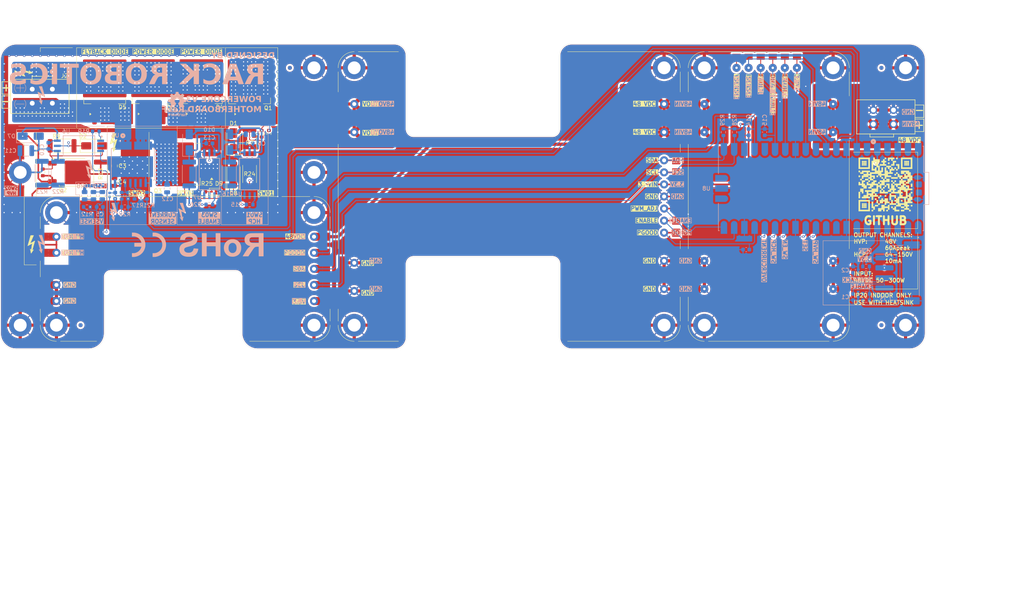
<source format=kicad_pcb>
(kicad_pcb (version 20241229) (generator "pcbnew") (generator_version "9.0")
  (title_block (title "Dual Converter Motherboard") (date "2025-05-22") (rev "F") (company "Rack Robotics, Inc."))
  (layers (0 "F.Cu" signal) (4 "In1.Cu" power) (6 "In2.Cu" power) (8 "In3.Cu" signal) (10 "In4.Cu" signal) (2 "B.Cu" signal) (13 "F.Paste" user) (15 "B.Paste" user) (5 "F.SilkS" user "F.Silkscreen") (7 "B.SilkS" user "B.Silkscreen") (1 "F.Mask" user) (3 "B.Mask" user) (25 "Edge.Cuts" user))
  (net 0 "")
  (net 1 "/PMM_ENABLE")
  (net 2 "GND")
  (net 3 "/48VIN")
  (net 4 "Net-(D1-A)")
  (net 5 "/PMM_FAULT")
  (net 6 "/PMM_ISENSE")
  (net 7 "/PMM_DIAG_EN")
  (net 8 "/BUCK_POWER_GOOD")
  (net 9 "/BUCK_ADJ_PWM")
  (net 10 "/BUCK_ENABLE")
  (net 11 "/BUCK-CONVERTER-OUTPUT")
  (net 12 "/BOOST_PGOOD")
  (net 13 "/BOOST-CONVERTER-OUTPUT")
  (net 14 "/EDM_ELECTRODE(-)")
  (net 15 "/EDM_ELECTRODE(+)")
  (net 16 "Net-(D2-A)")
  (net 17 "Net-(D6-A)")
  (net 18 "Net-(C8-Pad1)")
  (net 19 "/controller/EDM_ENABLE")
  (net 20 "/controller/EDM_FEEDBACK")
  (net 21 "Net-(U5-VOC)")
  (net 22 "/output-stage/SW01_GATE")
  (net 23 "/output-stage/SW02_GATE")
  (net 24 "Net-(D7-A)")
  (net 25 "Net-(D8-K)")
  (net 26 "Net-(D3-A)")
  (net 27 "Net-(J3-Pin_3)")
  (net 28 "Net-(J3-Pin_4)")
  (net 29 "+3.3V")
  (net 30 "Net-(D9-K)")
  (net 31 "/controller/SW_HIGH-CURRENT-PHASE")
  (net 32 "Net-(U4-ANODE)")
  (net 33 "/controller/SW_HIGH-VOLTAGE-PHASE")
  (net 34 "Net-(R10-Pad1)")
  (net 35 "/controller/SW_ENABLE")
  (net 36 "Net-(U6-ANODE)")
  (net 37 "+48V")
  (net 38 "Net-(R10-Pad2)")
  (net 39 "Net-(R22-Pad2)")
  (net 40 "/output-stage/SW03_GATE")
  (net 41 "/controller/OUTPUT_OVERCURRENT_SET")
  (net 55 "+18V")
  (net 56 "Net-(U7-ANODE)")
  (net 57 "/controller/OUTPUT_OVERCURRENT")
  (net 62 "/I2C_SDA")
  (net 63 "/I2C_SCL")
  (net 67 "/controller/ADC1")
  (net 68 "/controller/ADC2")
  (net 69 "/PMM_VSENSE")
  (net 74 "/PMM_VSENSE_1")
  (net 75 "Net-(Q2-D)")
  (footprint "powercore-development:STPSC20065GY-TR" (layer "F.Cu") (at 48 38.125 90)
    (property "Reference" "D5")
    (property "Value" "STPSC20065GY-TR")
  )
  (footprint "MountingHole:MountingHole_3.2mm_M3_DIN965_Pad_TopBottom" (layer "F.Cu") (at 100 60)
    (property "Reference" "H17" (hide yes))
    (property "Value" "M3_DIN")
  )
  (footprint "Fiducial:Fiducial_1mm_Mask2mm" (layer "F.Cu") (at 241 34)
    (property "Reference" "REF**" (hide yes))
    (property "Value" "Fiducial_1mm_Mask2mm")
  )
  (footprint "MountingHole:MountingHole_3.2mm_M3_DIN965_Pad_TopBottom" (layer "F.Cu") (at 247 34)
    (property "Reference" "H9" (hide yes))
    (property "Value" "M3_DIN")
  )
  (footprint "Resistor_SMD:R_2512_6332Metric" (layer "F.Cu") (at 84 52.4 90)
    (property "Reference" "R7")
    (property "Value" "10R")
  )
  (footprint "powercore-development:STPSC20065GY-TR" (layer "F.Cu") (at 72 38.075 90)
    (property "Reference" "D4")
    (property "Value" "STPSC20065GY-TR")
  )
  (footprint "Diode_SMD:D_SMA" (layer "F.Cu") (at 45.4 53.4)
    (property "Reference" "D2")
    (property "Value" "US1M-13-F")
  )
  (footprint "MountingHole:MountingHole_3.2mm_M3_DIN965_Pad_TopBottom" (layer "F.Cu") (at 110 34)
    (property "Reference" "H3" (hide yes))
    (property "Value" "M3_DIN")
  )
  (footprint "MountingHole:MountingHole_3.2mm_M3_DIN965_Pad_TopBottom" (layer "F.Cu") (at 100 98)
    (property "Reference" "H11" (hide yes))
    (property "Value" "M3_DIN")
  )
  (footprint "powercore-development:POWER_MANAGEMENT_MODULE_FOOTPRINT_V1.0" (layer "F.Cu") (at 213 66)
    (property "Reference" "U1" (hide yes))
    (property "Value" "POWER_MANAGEMENT_MODULE")
  )
  (footprint "MountingHole:MountingHole_3.2mm_M3_DIN965_Pad_TopBottom" (layer "F.Cu") (at 187 34)
    (property "Reference" "H4" (hide yes))
    (property "Value" "M3_DIN")
  )
  (footprint "Fiducial:Fiducial_1mm_Mask2mm" (layer "F.Cu") (at 42 98)
    (property "Reference" "REF**" (hide yes))
    (property "Value" "Fiducial_1mm_Mask2mm")
  )
  (footprint "Diode_SMD:D_SMA" (layer "F.Cu") (at 80 60.6 90)
    (property "Reference" "D8")
    (property "Value" "US1M-13-F")
  )
  (footprint "MountingHole:MountingHole_3.2mm_M3_DIN965_Pad_TopBottom" (layer "F.Cu") (at 110 98)
    (property "Reference" "H12" (hide yes))
    (property "Value" "M3_DIN")
  )
  (footprint "MountingHole:MountingHole_3.2mm_M3_DIN965_Pad_TopBottom" (layer "F.Cu") (at 100 34)
    (property "Reference" "H8" (hide yes))
    (property "Value" "M3_DIN")
  )
  (footprint "MountingHole:MountingHole_3.2mm_M3_DIN965_Pad_TopBottom" (layer "F.Cu") (at 197 34)
    (property "Reference" "H5" (hide yes))
    (property "Value" "M3_DIN")
  )
  (footprint "Resistor_SMD:R_2512_6332Metric" (layer "F.Cu") (at 37.4 53.4 180)
    (property "Reference" "R9")
    (property "Value" "10R")
  )
  (footprint "powercore-development:Symbol_HighVoltage_NoTriangle_2x5mm_Front_Silkscreen" (layer "F.Cu") (at 28 35 90)
    (property "Reference" "REF**" (hide yes))
    (property "Value" "Symbol_HighVoltage_NoTriangle_2x5mm_Front_Silkscreen" (hide yes))
  )
  (footprint "powercore-development:STPSC20065GY-TR" (layer "F.Cu") (at 60 38.075 90)
    (property "Reference" "D3")
    (property "Value" "STPSC20065GY-TR")
  )
  (footprint "powercore-development:2601-1102" (layer "F.Cu") (at 34.9875 39.3049 -90)
    (property "Reference" "J2")
    (property "Value" "2601-1102")
  )
  (footprint "powercore-development:SUM110P08-11L-E3" (layer "F.Cu") (at 84 38.125 90)
    (property "Reference" "Q1")
    (property "Value" "SUM110P08-11L-E3")
  )
  (footprint "Fiducial:Fiducial_1mm_Mask2mm" (layer "F.Cu") (at 94 34)
    (property "Reference" "REF**" (hide yes))
    (property "Value" "Fiducial_1mm_Mask2mm")
  )
  (footprint "Resistor_SMD:R_0603_1608Metric" (layer "F.Cu") (at 72.2 64.8 180)
    (property "Reference" "R25")
    (property "Value" "10K")
  )
  (footprint "Resistor_SMD:R_2512_6332Metric" (layer "F.Cu") (at 47 60.4 90)
    (property "Reference" "R13")
    (property "Value" "1R")
  )
  (footprint "powercore-development:HIGH-CURRENT_PHASE_MODULE_FOOTPRINT_V1.0" (layer "F.Cu") (at 148.5 66)
    (property "Reference" "U2" (hide yes))
    (property "Value" "HIGH-CURRENT_PHASE_MODULE_V1.0")
  )
  (footprint "MountingHole:MountingHole_3.2mm_M3_DIN965_Pad_TopBottom" (layer "F.Cu") (at 27 60)
    (property "Reference" "H7" (hide yes))
    (property "Value" "M3_DIN")
  )
  (footprint "Capacitor_SMD:C_0805_2012Metric" (layer "F.Cu") (at 50.4 58.4 90)
    (property "Reference" "C3")
    (property "Value" "10 nF")
  )
  (footprint "powercore-development:2601-1102" (layer "F.Cu") (at 239 48 90)
    (property "Reference" "J1" (hide yes))
    (property "Value" "2601-1102")
  )
  (footprint "MountingHole:MountingHole_3.2mm_M3_DIN965_Pad_TopBottom" (layer "F.Cu") (at 36 98)
    (property "Reference" "H10" (hide yes))
    (property "Value" "M3_DIN")
  )
  (footprint "Fiducial:Fiducial_1mm_Mask2mm" (layer "F.Cu") (at 241 98)
    (property "Reference" "REF**" (hide yes))
    (property "Value" "Fiducial_1mm_Mask2mm")
  )
  (footprint "Diode_SMD:D_SOD-323" (layer "F.Cu") (at 75.6 64.8)
    (property "Reference" "D9")
    (property "Value" "D_Zener")
  )
  (footprint "powercore-development:HIGH-VOLTAGE_PHASE_MODULE_FOOTPRINT_V1.0" (layer "F.Cu") (at 70.8 81)
    (property "Reference" "U3" (hide yes))
    (property "Value" "HIGH-VOLTAGE_PHASE_MODULE")
  )
  (footprint "MountingHole:MountingHole_3.2mm_M3_DIN965_Pad_TopBottom" (layer "F.Cu") (at 197 98)
    (property "Reference" "H14" (hide yes))
    (property "Value" "M3_DIN")
  )
  (footprint "Resistor_SMD:R_0603_1608Metric" (layer "F.Cu") (at 87 50.4 -90)
    (property "Reference" "R5" (hide yes))
    (property "Value" "255K")
  )
  (footprint "Capacitor_SMD:C_0805_2012Metric" (layer "F.Cu") (at 50.4 62.4 -90)
    (property "Reference" "C4")
    (property "Value" "10 nF")
  )
  (footprint "Diode_SMD:D_SMA" (layer "F.Cu") (at 80 52.2 90)
    (property "Reference" "D1")
    (property "Value" "US1M-13-F")
  )
  (footprint "MountingHole:MountingHole_3.2mm_M3_DIN965_Pad_TopBottom" (layer "F.Cu") (at 229 98)
    (property "Reference" "H15" (hide yes))
    (property "Value" "M3_DIN")
  )
  (footprint "powercore-development:DMP45H4D9HK3-13" (layer "F.Cu") (at 40 60)
    (property "Reference" "Q2")
    (property "Value" "DMP45H4D9HK3-13")
  )
  (footprint "MountingHole:MountingHole_3.2mm_M3_DIN965_Pad_TopBottom" (layer "F.Cu") (at 100 70)
    (property "Reference" "H2" (hide yes))
    (property "Value" "M3_DIN" (hide yes))
  )
  (footprint "MountingHole:MountingHole_3.2mm_M3_DIN965_Pad_TopBottom" (layer "F.Cu") (at 187 98)
    (property "Reference" "H13" (hide yes))
    (property "Value" "M3_DIN")
  )
  (footprint "powercore-development:Symbol_HighVoltage_NoTriangle_2x5mm_Front_Silkscreen" (layer "F.Cu") (at 30 78.048703)
    (property "Reference" "REF**" (hide yes))
    (property "Value" "Symbol_HighVoltage_NoTriangle_2x5mm_Front_Silkscreen" (hide yes))
  )
  (footprint "MountingHole:MountingHole_3.2mm_M3_DIN965_Pad_TopBottom" (layer "F.Cu") (at 229 34)
    (property "Reference" "H6" (hide yes))
    (property "Value" "M3_DIN")
  )
  (footprint "powercore-development:powercoreV3github" (layer "F.Cu") (at 242 63)
    (property "Reference" "G***" (hide yes))
    (property "Value" "LOGO" (hide yes))
  )
  (footprint "Resistor_SMD:R_2512_6332Metric" (layer "F.Cu") (at 84 60.4 90)
    (property "Reference" "R24")
    (property "Value" "10R")
  )
  (footprint "Resistor_SMD:R_0603_1608Metric" (layer "F.Cu") (at 32.6 60 90)
    (property "Reference" "R6" (hide yes))
    (property "Value" "255K")
  )
  (footprint "Package_TO_SOT_SMD:TO-263-2" (layer "F.Cu") (at 66.925 58 180)
    (property "Reference" "Q3")
    (property "Value" "SIHB068N60EF-GE3")
  )
  (footprint "MountingHole:MountingHole_3.2mm_M3_DIN965_Pad_TopBottom" (layer "F.Cu") (at 27 98)
    (property "Reference" "H16" (hide yes))
    (property "Value" "M3_DIN")
  )
  (footprint "MountingHole:MountingHole_3.2mm_M3_DIN965_Pad_TopBottom" (layer "F.Cu") (at 36 70)
    (property "Reference" "H1" (hide yes))
    (property "Value" "M3_DIN")
  )
  (footprint "Resistor_SMD:R_0603_1608Metric" (layer "F.Cu") (at 88.8 50.4 -90)
    (property "Reference" "R14" (hide yes))
    (property "Value" "10K")
  )
  (footprint "powercore-development:Symbol_HighVoltage_NoTriangle_2x5mm_Front_Silkscreen" (layer "F.Cu") (at 50.447385 52.748703)
    (property "Reference" "REF**" (hide yes))
    (property "Value" "Symbol_HighVoltage_NoTriangle_2x5mm_Front_Silkscreen" (hide yes))
  )
  (footprint "MountingHole:MountingHole_3.2mm_M3_DIN965_Pad_TopBottom" (layer "F.Cu") (at 247 98)
    (property "Reference" "H18" (hide yes))
    (property "Value" "M3_DIN")
  )
  (footprint "Resistor_SMD:R_0603_1608Metric" (layer "B.Cu") (at 84 68 180)
    (property "Reference" "R15")
    (property "Value" "100R")
  )
  (footprint "Capacitor_SMD:C_0603_1608Metric" (layer "B.Cu") (at 207.4 79.2 180)
    (property "Reference" "C16" (hide yes))
    (property "Value" "10000 pF")
  )
  (footprint "Capacitor_SMD:C_0603_1608Metric" (layer "B.Cu") (at 84 52.8 180)
    (property "Reference" "C6")
    (property "Value" "220 nF")
  )
  (footprint "powercore-development:S4B-XH-SM4-TB" (layer "B.Cu") (at 245 85 -90)
    (property "Reference" "J3")
    (property "Value" "S4B-XH-SM4-TB")
  )
  (footprint "powercore-development:Symbol_HighVoltage_NoTriangle_2x5mm_Front_Silkscreen" (layer "B.Cu") (at 32 41 180)
    (property "Reference" "REF**" (hide yes))
    (property "Value" "Symbol_HighVoltage_NoTriangle_2x5mm_Front_Silkscreen" (hide yes))
  )
  (footprint "Capacitor_SMD:C_0603_1608Metric" (layer "B.Cu") (at 234 91 -90)
    (property "Reference" "C1")
    (property "Value" "220 nF")
  )
  (footprint "Capacitor_SMD:C_0603_1608Metric" (layer "B.Cu") (at 46.775 68.6)
    (property "Reference" "C5")
    (property "Value" "pF")
  )
  (footprint "Capacitor_SMD:C_0603_1608Metric" (layer "B.Cu") (at 50.6 65.8 -90)
    (property "Reference" "C8" (hide yes))
    (property "Value" "220 nF")
  )
  (footprint "powercore-development:UCC23313BDWYR" (layer "B.Cu") (at 84 60.4 90)
    (property "Reference" "U4")
    (property "Value" "UCC23313BDWYR")
  )
  (footprint "Symbol:CE-Logo_8.5x6mm_SilkScreen" (layer "B.Cu") (at 59 78 180)
    (property "Reference" "REF**" (hide yes))
    (property "Value" "CE-Logo_8.5x6mm_SilkScreen" (hide yes))
  )
  (footprint "Fiducial:Fiducial_1mm_Mask2mm" (layer "B.Cu") (at 241 34)
    (property "Reference" "REF**" (hide yes))
    (property "Value" "Fiducial_1mm_Mask2mm")
  )
  (footprint "Capacitor_SMD:C_0603_1608Metric" (layer "B.Cu") (at 34 53.4 -90)
    (property "Reference" "C10")
    (property "Value" "220 nF")
  )
  (footprint "Inductor_SMD:L_0402_1005Metric" (layer "B.Cu") (at 49.2 65.6 -90)
    (property "Reference" "L1" (hide yes))
    (property "Value" "BBUP00100505330Y00")
  )
  (footprint "Capacitor_SMD:C_1210_3225Metric" (layer "B.Cu") (at 28.4 54.6 180)
    (property "Reference" "C11")
    (property "Value" "0.1 uF")
  )
  (footprint "powercore-development:UCC23313BDWYR" (layer "B.Cu") (at 41.6 53.4 180)
    (property "Reference" "U6")
    (property "Value" "UCC23313BDWYR")
  )
  (footprint "powercore-development:Symbol_HighVoltage_NoTriangle_2x5mm_Front_Silkscreen" (layer "B.Cu") (at 32 78 180)
    (property "Reference" "REF**" (hide yes))
    (property "Value" "Symbol_HighVoltage_NoTriangle_2x5mm_Front_Silkscreen" (hide yes))
  )
  (footprint "Resistor_SMD:R_2512_6332Metric" (layer "B.Cu") (at 69 60.4 -90)
    (property "Reference" "R27" (hide yes))
    (property "Value" "1K")
  )
  (footprint "Resistor_SMD:R_0603_1608Metric" (layer "B.Cu") (at 43.575 68.6)
    (property "Reference" "R12")
    (property "Value" "10K")
  )
  (footprint "Capacitor_SMD:C_0805_2012Metric" (layer "B.Cu") (at 63.5 64 -90)
    (property "Reference" "C12")
    (property "Value" "10 nF")
  )
  (footprint "Resistor_SMD:R_2512_6332Metric" (layer "B.Cu") (at 36.4 60.2 -90)
    (property "Reference" "R22")
    (property "Value" "12K")
  )
  (footprint "powercore-development:Symbol_HighVoltage_NoTriangle_2x5mm_Front_Silkscreen" (layer "B.Cu") (at 43.952615 59.348703 180)
    (property "Reference" "REF**" (hide yes))
    (property "Value" "Symbol_HighVoltage_NoTriangle_2x5mm_Front_Silkscreen" (hide yes))
  )
  (footprint "Fiducial:Fiducial_1mm_Mask2mm" (layer "B.Cu") (at 42 98)
    (property "Reference" "REF**" (hide yes))
    (property "Value" "Fiducial_1mm_Mask2mm")
  )
  (footprint "Capacitor_SMD:C_0603_1608Metric" (layer "B.Cu") (at 53.8 65.8 -90)
    (property "Reference" "C9" (hide yes))
    (property "Value" "220 nF")
  )
  (footprint "powercore-development:SC0915" (layer "B.Cu") (at 226 64 90)
    (property "Reference" "U8")
    (property "Value" "SC0915")
  )
  (footprint "powercore-development:UCC23313BDWYR" (layer "B.Cu") (at 74 60.4 90)
    (property "Reference" "U7")
    (property "Value" "UCC23313BDWYR")
  )
  (footprint "Resistor_SMD:R_0603_1608Metric" (layer "B.Cu") (at 52.2 65.8 90)
    (property "Reference" "R18" (hide yes))
    (property "Value" "2.2K")
  )
  (footprint "Resistor_SMD:R_0603_1608Metric" (layer "B.Cu") (at 204.5 50 90)
    (property "Reference" "R28")
    (property "Value" "2.2K")
  )
  (footprint "Capacitor_SMD:C_0603_1608Metric" (layer "B.Cu") (at 212 50 90)
    (property "Reference" "C15")
    (property "Value" "10000 pF")
  )
  (footprint "Resistor_SMD:R_0603_1608Metric" (layer "B.Cu") (at 74 68 180)
    (property "Reference" "R26")
    (property "Value" "100R")
  )
  (footprint "Resistor_SMD:R_0603_1608Metric" (layer "B.Cu") (at 237.2 83.4 180)
    (property "Reference" "R2" (hide yes))
    (property "Value" "1K")
  )
  (footprint "Resistor_SMD:R_0603_1608Metric" (layer "B.Cu") (at 53 68.6)
    (property "Reference" "R20")
    (property "Value" "10K")
  )
  (footprint "Capacitor_SMD:C_0603_1608Metric" (layer "B.Cu") (at 74 52.8 180)
    (property "Reference" "C13")
    (property "Value" "220 nF")
  )
  (footprint "Capacitor_SMD:C_0603_1608Metric" (layer "B.Cu") (at 234 84.2 90)
    (property "Reference" "C2")
    (property "Value" "10000 pF")
  )
  (footprint "Resistor_SMD:R_0603_1608Metric" (layer "B.Cu") (at 237.2 90.2 180)
    (property "Reference" "R3" (hide yes))
    (property "Value" "10K")
  )
  (footprint "Resistor_SMD:R_0603_1608Metric" (layer "B.Cu") (at 201.75 50 90)
    (property "Reference" "R29")
    (property "Value" "2.2K")
  )
  (footprint "Resistor_SMD:R_0603_1608Metric" (layer "B.Cu") (at 55.4 65.8 90)
    (property "Reference" "R17")
    (property "Value" "10K")
  )
  (footprint "Diode_SMD:D_SMA" (layer "B.Cu") (at 29.6 51)
    (property "Reference" "D7")
    (property "Value" "D_Zener")
  )
  (footprint "powercore-development:Symbol_HighVoltage_NoTriangle_2x5mm_Front_Silkscreen" (layer "B.Cu") (at 67 70 180)
    (property "Reference" "REF**" (hide yes))
    (property "Value" "Symbol_HighVoltage_NoTriangle_2x5mm_Front_Silkscreen" (hide yes))
  )
  (footprint "Capacitor_SMD:C_0805_2012Metric" (layer "B.Cu") (at 84 50.5)
    (property "Reference" "C7")
    (property "Value" "0.47 uF")
  )
  (footprint "Resistor_SMD:R_0805_2012Metric" (layer "B.Cu") (at 47.4 65.8 -90)
    (property "Reference" "R11")
    (property "Value" "332K")
  )
  (footprint "Resistor_SMD:R_0603_1608Metric" (layer "B.Cu") (at 45.8 49.8 180)
    (property "Reference" "R19")
    (property "Value" "100R")
  )
  (footprint "Resistor_SMD:R_0805_2012Metric" (layer "B.Cu") (at 45.2 65.8 90)
    (property "Reference" "R10")
    (property "Value" "332K")
  )
  (footprint "Resistor_SMD:R_0603_1608Metric" (layer "B.Cu") (at 237.2 85 180)
    (property "Reference" "R4" (hide yes))
    (property "Value" "10K")
  )
  (footprint "Fiducial:Fiducial_1mm_Mask2mm" (layer "B.Cu") (at 94 34)
    (property "Reference" "REF**" (hide yes))
    (property "Value" "Fiducial_1mm_Mask2mm")
  )
  (footprint "Diode_SMD:D_SMA" (layer "B.Cu") (at 79 52.5 -90)
    (property "Reference" "D6" (hide yes))
    (property "Value" "D_Zener")
  )
  (footprint "Resistor_SMD:R_2512_6332Metric" (layer "B.Cu") (at 79 60.4 90)
    (property "Reference" "R16")
    (property "Value" "1K")
  )
  (footprint "Symbol:OSHW-Logo_5.7x6mm_SilkScreen" (layer "B.Cu") (at 66 43 180)
    (property "Reference" "REF**" (hide yes))
    (property "Value" "OSHW-Logo_5.7x6mm_SilkScreen" (hide yes))
  )
  (footprint "Diode_SMD:D_SMA" (layer "B.Cu") (at 69 52.5 90)
    (property "Reference" "D10")
    (property "Value" "D_Zener")
  )
  (footprint "Fiducial:Fiducial_1mm_Mask2mm" (layer "B.Cu") (at 241 98)
    (property "Reference" "REF**" (hide yes))
    (property "Value" "Fiducial_1mm_Mask2mm")
  )
  (footprint "Symbol:RoHS-Logo_6mm_SilkScreen" (layer "B.Cu") (at 77 78 180)
    (property "Reference" "REF**" (hide yes))
    (property "Value" "RoHS-Logo_6mm_SilkScreen" (hide yes))
  )
  (footprint "powercore-development:TMCS1133C3AQDVGR" (layer "B.Cu") (at 55 58 -90)
    (property "Reference" "U5")
    (property "Value" "TMCS1133C2AQDVGR")
  )
  (footprint "Resistor_SMD:R_0603_1608Metric" (layer "B.Cu") (at 58.5 65.8 -90)
    (property "Reference" "R21")
    (property "Value" "10K")
  )
  (footprint "Resistor_SMD:R_0603_1608Metric" (layer "B.Cu") (at 237.2 91.8 180)
    (property "Reference" "R1" (hide yes))
    (property "Value" "1K")
  )
  (footprint "Capacitor_SMD:C_0603_1608Metric" (layer "B.Cu") (at 208 50 -90)
    (property "Reference" "C14")
    (property "Value" "10000 pF")
  )
  (footprint "powercore-development:Symbol_HighVoltage_NoTriangle_2x5mm_Front_Silkscreen" (layer "B.Cu") (at 50 70 180)
    (property "Reference" "REF**" (hide yes))
    (property "Value" "Symbol_HighVoltage_NoTriangle_2x5mm_Front_Silkscreen" (hide yes))
  )
  (footprint "Resistor_SMD:R_0805_2012Metric" (layer "B.Cu") (at 43 65.8 -90)
    (property "Reference" "R8")
    (property "Value" "332K")
  )
  (footprint "Resistor_SMD:R_2512_6332Metric" (layer "B.Cu") (at 32.4 60.2 90)
    (property "Reference" "R23")
    (property "Value" "12K")
  )
  (gr_arc (start 191 98) (mid 189.828427 100.828427) (end 187 102) (stroke (width 0.1)) (layer "F.SilkS"))
  (gr_line (start 193 35) (end 193 40) (stroke (width 0.1)) (layer "F.SilkS"))
  (gr_arc (start 32 70) (mid 33.171573 67.171573) (end 36 66) (stroke (width 0.1)) (layer "F.SilkS"))
  (gr_line (start 233 91) (end 233 97) (stroke (width 0.1)) (layer "F.SilkS"))
  (gr_line (start 31 83) (end 28 83) (stroke (width 0.1)) (layer "F.SilkS"))
  (gr_line (start 191 40) (end 191 35) (stroke (width 0.1)) (layer "F.SilkS"))
  (gr_line (start 198 30) (end 228 30) (stroke (width 0.1)) (layer "F.SilkS"))
  (gr_line (start 111 102) (end 121 102) (stroke (width 0.1)) (layer "F.SilkS"))
  (gr_arc (start 104 98) (mid 102.828427 100.828427) (end 100 102) (stroke (width 0.1)) (layer "F.SilkS"))
  (gr_line (start 191 97) (end 191 91) (stroke (width 0.1)) (layer "F.SilkS"))
  (gr_line (start 28 53) (end 26.1 51.8) (stroke (width 0.1)) (layer "F.SilkS"))
  (gr_line (start 32 86) (end 32 82) (stroke (width 0.1)) (layer "F.SilkS"))
  (gr_line (start 34 66) (end 31 66) (stroke (width 0.1)) (layer "F.SilkS"))
  (gr_line (start 250 75) (end 250 89) (stroke (width 0.1)) (layer "F.SilkS"))
  (gr_arc (start 36 102) (mid 33.171573 100.828427) (end 32 98) (stroke (width 0.1)) (layer "F.SilkS"))
  (gr_line (start 111 30) (end 121 30) (stroke (width 0.1)) (layer "F.SilkS"))
  (gr_line (start 40 29) (end 32 29) (stroke (width 0.1)) (layer "F.SilkS"))
  (gr_line (start 32 97) (end 32 94) (stroke (width 0.1)) (layer "F.SilkS"))
  (gr_line (start 31 66) (end 31 50) (stroke (width 0.1)) (layer "F.SilkS"))
  (gr_line (start 250.4 49.05) (end 250.4 47.55) (stroke (width 0.3)) (layer "F.SilkS"))
  (gr_arc (start 233 98) (mid 231.828427 100.828427) (end 229 102) (stroke (width 0.1)) (layer "F.SilkS"))
  (gr_line (start 250 74) (end 250 55) (stroke (width 0.1)) (layer "F.SilkS"))
  (gr_arc (start 229 30) (mid 231.828427 31.171573) (end 233 34) (stroke (width 0.1)) (layer "F.SilkS"))
  (gr_line (start 77.8 66) (end 59 66) (stroke (width 0.1)) (layer "F.SilkS"))
  (gr_line (start 40.8 49) (end 33 49) (stroke (width 0.1)) (layer "F.SilkS"))
  (gr_line (start 78 66) (end 78 50) (stroke (width 0.1)) (layer "F.SilkS"))
  (gr_line (start 91 29) (end 91 66) (stroke (width 0.1)) (layer "F.SilkS"))
  (gr_line (start 233 52) (end 233 79) (stroke (width 0.1)) (layer "F.SilkS"))
  (gr_line (start 28 56) (end 28 53) (stroke (width 0.1)) (layer "F.SilkS"))
  (gr_line (start 198 102) (end 228 102) (stroke (width 0.1)) (layer "F.SilkS"))
  (gr_line (start 234 74) (end 250 74) (stroke (width 0.1)) (layer "F.SilkS"))
  (gr_line (start 249.65 48.3) (end 251.15 48.3) (stroke (width 0.3)) (layer "F.SilkS"))
  (gr_line (start 24.25 42.4) (end 22.75 42.4) (stroke (width 0.3)) (layer "F.SilkS"))
  (gr_line (start 233 35) (end 233 41) (stroke (width 0.1)) (layer "F.SilkS"))
  (gr_line (start 32 74) (end 32 71) (stroke (width 0.1)) (layer "F.SilkS"))
  (gr_arc (start 110 102) (mid 107.171573 100.828427) (end 106 98) (stroke (width 0.1)) (layer "F.SilkS"))
  (gr_line (start 91 66) (end 78 66) (stroke (width 0.1)) (layer "F.SilkS"))
  (gr_line (start 106 97) (end 106 94) (stroke (width 0.1)) (layer "F.SilkS"))
  (gr_line (start 186 30) (end 163 30) (stroke (width 0.1)) (layer "F.SilkS"))
  (gr_arc (start 193 34) (mid 194.171573 31.171573) (end 197 30) (stroke (width 0.1)) (layer "F.SilkS"))
  (gr_line (start 78 49) (end 41 49) (stroke (width 0.1)) (layer "F.SilkS"))
  (gr_line (start 193 97) (end 193 91) (stroke (width 0.1)) (layer "F.SilkS"))
  (gr_arc (start 197 102) (mid 194.171573 100.828427) (end 193 98) (stroke (width 0.1)) (layer "F.SilkS"))
  (gr_line (start 99 66) (end 92 66) (stroke (width 0.1)) (layer "F.SilkS"))
  (gr_line (start 104 71) (end 104 74) (stroke (width 0.1)) (layer "F.SilkS"))
  (gr_arc (start 100 66) (mid 102.828427 67.171573) (end 104 70) (stroke (width 0.1)) (layer "F.SilkS"))
  (gr_line (start 41 49) (end 41 29) (stroke (width 0.1)) (layer "F.SilkS"))
  (gr_line (start 58 66) (end 37 66) (stroke (width 0.1)) (layer "F.SilkS"))
  (gr_line (start 41 29) (end 77.8 29) (stroke (width 0.1)) (layer "F.SilkS"))
  (gr_line (start 250 55) (end 234 55) (stroke (width 0.1)) (layer "F.SilkS"))
  (gr_line (start 24.25 39) (end 22.75 39) (stroke (width 0.3)) (layer "F.SilkS"))
  (gr_line (start 104 97) (end 104 94) (stroke (width 0.1)) (layer "F.SilkS"))
  (gr_line (start 78 29) (end 78 49) (stroke (width 0.1)) (layer "F.SilkS"))
  (gr_line (start 106 35) (end 106 40) (stroke (width 0.1)) (layer "F.SilkS"))
  (gr_line (start 28 83) (end 28 64) (stroke (width 0.1)) (layer "F.SilkS"))
  (gr_line (start 250 89) (end 234 89) (stroke (width 0.1)) (layer "F.SilkS"))
  (gr_line (start 191 55) (end 191 53) (stroke (width 0.1)) (layer "F.SilkS"))
  (gr_line (start 37 102) (end 46 102) (stroke (width 0.1)) (layer "F.SilkS"))
  (gr_line (start 26.1 51.8) (end 26.1 49.8) (stroke (width 0.1)) (layer "F.SilkS"))
  (gr_line (start 59 66) (end 59 50) (stroke (width 0.1)) (layer "F.SilkS"))
  (gr_line (start 32 29) (end 32 30) (stroke (width 0.1)) (layer "F.SilkS"))
  (gr_line (start 99 102) (end 84 102) (stroke (width 0.1)) (layer "F.SilkS"))
  (gr_line (start 78 29) (end 91 29) (stroke (width 0.1)) (layer "F.SilkS"))
  (gr_line (start 186 102) (end 163 102) (stroke (width 0.1)) (layer "F.SilkS"))
  (gr_line (start 191 79) (end 191 77) (stroke (width 0.1)) (layer "F.SilkS"))
  (gr_line (start 249.7 44.6) (end 251.2 44.6) (stroke (width 0.3)) (layer "F.SilkS"))
  (gr_line (start 23.5 38.25) (end 23.5 39.75) (stroke (width 0.3)) (layer "F.SilkS"))
  (gr_arc (start 187 30) (mid 189.828427 31.171573) (end 191 34) (stroke (width 0.1)) (layer "F.SilkS"))
  (gr_line (start 193 79) (end 193 53) (stroke (width 0.1)) (layer "F.SilkS"))
  (gr_line (start 106 53) (end 106 79) (stroke (width 0.1)) (layer "F.SilkS"))
  (gr_arc (start 106 34) (mid 107.171573 31.171573) (end 110 30) (stroke (width 0.1)) (layer "F.SilkS"))
  (gr_line (start 23.2 48.5) (end 23 48.5) (stroke (width 0.1)) (layer "B.SilkS"))
  (gr_line (start 28 43) (end 26 43) (stroke (width 0.1)) (layer "B.SilkS"))
  (gr_line (start 26.6 48.5) (end 48 48.5) (stroke (width 0.1)) (layer "B.SilkS"))
  (gr_line (start 226.5 77) (end 226.5 93) (stroke (width 0.1)) (layer "B.SilkS"))
  (gr_line (start 88.6 48.5) (end 77 48.5) (stroke (width 0.1)) (layer "B.SilkS"))
  (gr_line (start 23 66) (end 23 48.5) (stroke (width 0.1)) (layer "B.SilkS"))
  (gr_line (start 41.8 65.6) (end 41.8 73) (stroke (width 0.1)) (layer "B.SilkS"))
  (gr_line (start 77 73) (end 88.6 73) (stroke (width 0.1)) (layer "B.SilkS"))
  (gr_line (start 40.8 62.4) (end 40.8 65.6) (stroke (width 0.1)) (layer "B.SilkS"))
  (gr_line (start 27 38) (end 27 40) (stroke (width 0.1)) (layer "B.SilkS"))
  (gr_line (start 226.5 93) (end 245 93) (stroke (width 0.1)) (layer "B.SilkS"))
  (gr_line (start 48.6 73) (end 48.6 48.5) (stroke (width 0.1)) (layer "B.SilkS"))
  (gr_line (start 23 66) (end 31.2 66) (stroke (width 0.1)) (layer "B.SilkS"))
  (gr_line (start 31.2 66) (end 41.5 66) (stroke (width 0.1)) (layer "B.SilkS"))
  (gr_line (start 28 39) (end 26 39) (stroke (width 0.1)) (layer "B.SilkS"))
  (gr_line (start 76.5 73) (end 66 73) (stroke (width 0.1)) (layer "B.SilkS"))
  (gr_arc (start 28 42) (mid 28.414214 43) (end 28 44) (stroke (width 0.1)) (layer "B.SilkS"))
  (gr_line (start 66 48.5) (end 76.5 48.5) (stroke (width 0.1)) (layer "B.SilkS"))
  (gr_line (start 40.8 65.6) (end 41.8 65.6) (stroke (width 0.1)) (layer "B.SilkS"))
  (gr_line (start 48.6 48.5) (end 65.6 48.5) (stroke (width 0.1)) (layer "B.SilkS"))
  (gr_line (start 65.5 73) (end 48.6 73) (stroke (width 0.1)) (layer "B.SilkS"))
  (gr_line (start 66 73) (end 66 48.5) (stroke (width 0.1)) (layer "B.SilkS"))
  (gr_arc (start 28 38) (mid 28.414214 39) (end 28 40) (stroke (width 0.1)) (layer "B.SilkS"))
  (gr_line (start 245 77) (end 226.5 77) (stroke (width 0.1)) (layer "B.SilkS"))
  (gr_line (start 40.8 62.4) (end 48.4 62.4) (stroke (width 0.1)) (layer "B.SilkS"))
  (gr_line (start 77 48.5) (end 77 73) (stroke (width 0.1)) (layer "B.SilkS"))
  (gr_arc (start 26 40) (mid 25.585786 39) (end 26 38) (stroke (width 0.1)) (layer "B.SilkS"))
  (gr_line (start 88.6 73) (end 88.6 48.5) (stroke (width 0.1)) (layer "B.SilkS"))
  (gr_line (start 48.4 73) (end 41.8 73) (stroke (width 0.1)) (layer "B.SilkS"))
  (gr_arc (start 26 44) (mid 25.585786 43) (end 26 42) (stroke (width 0.1)) (layer "B.SilkS"))
  (gr_line (start 82 86) (end 82 100) (stroke (width 0.05)) (layer "Edge.Cuts"))
  (gr_arc (start 119.999999 27.999999) (mid 122.12132 28.878678) (end 122.999999 30.999999) (stroke (width 0.05)) (layer "Edge.Cuts"))
  (gr_arc (start 248 28) (mid 250.828427 29.171573) (end 252 32) (stroke (width 0.05)) (layer "Edge.Cuts"))
  (gr_arc (start 122.999999 82.799999) (mid 123.527207 81.527207) (end 124.799999 80.999999) (stroke (width 0.05)) (layer "Edge.Cuts"))
  (gr_arc (start 123 101) (mid 122.12132 103.12132) (end 120 104) (stroke (width 0.05)) (layer "Edge.Cuts"))
  (gr_line (start 122.999999 30.999999) (end 122.999999 49.199999) (stroke (width 0.05)) (layer "Edge.Cuts"))
  (gr_arc (start 160.999999 30.999999) (mid 161.878679 28.878679) (end 163.999999 27.999999) (stroke (width 0.05)) (layer "Edge.Cuts"))
  (gr_line (start 49.5 84.5) (end 80.5 84.5) (stroke (width 0.05)) (layer "Edge.Cuts"))
  (gr_line (start 248 28) (end 163.999999 27.999999) (stroke (width 0.05)) (layer "Edge.Cuts"))
  (gr_line (start 252 100) (end 252 32) (stroke (width 0.05)) (layer "Edge.Cuts"))
  (gr_arc (start 22 32) (mid 23.171573 29.171573) (end 26 28) (stroke (width 0.05)) (layer "Edge.Cuts"))
  (gr_line (start 119.999999 27.999999) (end 26 28) (stroke (width 0.05)) (layer "Edge.Cuts"))
  (gr_arc (start 124.799998 51) (mid 123.527207 50.472791) (end 122.999998 49.2) (stroke (width 0.05)) (layer "Edge.Cuts"))
  (gr_line (start 124.799999 50.999999) (end 159.2 51) (stroke (width 0.05)) (layer "Edge.Cuts"))
  (gr_line (start 48 86) (end 48 100) (stroke (width 0.05)) (layer "Edge.Cuts"))
  (gr_arc (start 86 104) (mid 83.171573 102.828427) (end 82 100) (stroke (width 0.05)) (layer "Edge.Cuts"))
  (gr_line (start 22 32) (end 22 100) (stroke (width 0.05)) (layer "Edge.Cuts"))
  (gr_arc (start 80.5 84.5) (mid 81.56066 84.93934) (end 82 86) (stroke (width 0.05)) (layer "Edge.Cuts"))
  (gr_arc (start 48 86) (mid 48.43934 84.93934) (end 49.5 84.5) (stroke (width 0.05)) (layer "Edge.Cuts"))
  (gr_line (start 248 104) (end 164 104) (stroke (width 0.05)) (layer "Edge.Cuts"))
  (gr_arc (start 159.200001 80.999999) (mid 160.472793 81.527207) (end 161.000001 82.799999) (stroke (width 0.05)) (layer "Edge.Cuts"))
  (gr_line (start 26 104) (end 44 104) (stroke (width 0.05)) (layer "Edge.Cuts"))
  (gr_line (start 124.8 81) (end 159.200001 80.999999) (stroke (width 0.05)) (layer "Edge.Cuts"))
  (gr_line (start 123 101) (end 123 82.8) (stroke (width 0.05)) (layer "Edge.Cuts"))
  (gr_arc (start 48 100) (mid 46.828427 102.828427) (end 44 104) (stroke (width 0.05)) (layer "Edge.Cuts"))
  (gr_arc (start 26 104) (mid 23.171573 102.828427) (end 22 100) (stroke (width 0.05)) (layer "Edge.Cuts"))
  (gr_line (start 160.999999 30.999999) (end 160.999999 49.199999) (stroke (width 0.05)) (layer "Edge.Cuts"))
  (gr_arc (start 252 100) (mid 250.828427 102.828427) (end 248 104) (stroke (width 0.05)) (layer "Edge.Cuts"))
  (gr_line (start 161 101) (end 161 82.8) (stroke (width 0.05)) (layer "Edge.Cuts"))
  (gr_arc (start 164 104) (mid 161.87868 103.12132) (end 161 101) (stroke (width 0.05)) (layer "Edge.Cuts"))
  (gr_line (start 120 104) (end 86 104) (stroke (width 0.05)) (layer "Edge.Cuts"))
  (gr_arc (start 161 49.2) (mid 160.472792 50.472792) (end 159.2 51) (stroke (width 0.05)) (layer "Edge.Cuts"))
  (gr_text "USE WITH HEATSINK" (at 234 91.8 0) (layer "F.SilkS") (effects (font (size 1 1) (thickness 0.2) (bold yes)) (justify left top)))
  (gr_text "IP20 INDOOR ONLY" (at 234 90 0) (layer "F.SilkS") (effects (font (size 1 1) (thickness 0.2) (bold yes)) (justify left top)))
  (gr_text "48 VDC" (at 248 52 0) (layer "F.SilkS" knockout) (effects (font (size 1 1) (thickness 0.2) (bold yes))))
  (gr_text "SW03" (at 68 65.2 0) (layer "F.SilkS" knockout) (effects (font (size 1 1) (thickness 0.2) (bold yes))))
  (gr_text "SW01" (at 88 65.2 0) (layer "F.SilkS" knockout) (effects (font (size 1 1) (thickness 0.2) (bold yes))))
  (gr_text "POWER DIODE" (at 60 30 0) (layer "F.SilkS" knockout) (effects (font (size 1 1) (thickness 0.2) (bold yes))))
  (gr_text "POWER DIODE" (at 72 30 0) (layer "F.SilkS" knockout) (effects (font (size 1 1) (thickness 0.2) (bold yes))))
  (gr_text "OUTPUT CHANNELS:\nHVP:	48V\n		60Apeak\nHCP: 	64-150V\n		10mA\n\nINPUT:\n48VDC 50-300W" (at 234 75 0) (layer "F.SilkS") (effects (font (size 1 1) (thickness 0.2) (bold yes)) (justify left top)))
  (gr_text "SW02" (at 56 65.2 0) (layer "F.SilkS" knockout) (effects (font (size 1 1) (thickness 0.2) (bold yes))))
  (gr_text "FLYBACK DIODE" (at 48 30 0) (layer "F.SilkS" knockout) (effects (font (size 1 1) (thickness 0.2) (bold yes))))
  (gr_text "48VIN" (at 246 48 0) (layer "B.SilkS" knockout) (effects (font (size 1 1) (thickness 0.2) (bold yes)) (justify right mirror)))
  (gr_text "GND" (at 238.6 79.6 0) (layer "B.SilkS" knockout) (effects (font (size 1 1) (thickness 0.2) (bold yes)) (justify left mirror)))
  (gr_text "48V" (at 98 76 0) (layer "B.SilkS" knockout) (effects (font (size 1 1) (thickness 0.2) (bold yes)) (justify left mirror)))
  (gr_text "VSENSE" (at 205 36 90) (layer "B.SilkS" knockout) (effects (font (size 1 1) (thickness 0.2) (bold yes)) (justify left mirror)))
  (gr_text "48VOUT" (at 120 50 0) (layer "B.SilkS" knockout) (effects (font (size 1 1) (thickness 0.2) (bold yes)) (justify left mirror)))
  (gr_text "48VIN" (at 225 50 0) (layer "B.SilkS" knockout) (effects (font (size 1 1) (thickness 0.2) (bold yes)) (justify mirror)))
  (gr_text "GND" (at 117 89 0) (layer "B.SilkS" knockout) (effects (font (size 1 1) (thickness 0.2) (bold yes)) (justify left mirror)))
  (gr_text "3.3V" (at 98 92 0) (layer "B.SilkS" knockout) (effects (font (size 1 1) (thickness 0.2) (bold yes)) (justify left mirror)))
  (gr_text "RACK ROBOTICS" (at 88 36 0) (layer "B.SilkS") (effects (font (size 5 5) (thickness 0.4) (bold yes)) (justify left mirror)))
  (gr_text "GND" (at 117 82 0) (layer "B.SilkS" knockout) (effects (font (size 1 1) (thickness 0.2) (bold yes)) (justify left mirror)))
  (gr_text "GND" (at 41 88 0) (layer "B.SilkS" knockout) (effects (font (size 1 1) (thickness 0.2) (bold yes)) (justify left mirror)))
  (gr_text "HV OUT" (at 43 80 0) (layer "B.SilkS" knockout) (effects (font (size 1 1) (thickness 0.2) (bold yes)) (justify left mirror)))
  (gr_text "SCL" (at 98 88 0) (layer "B.SilkS" knockout) (effects (font (size 1 1) (thickness 0.2) (bold yes)) (justify left mirror)))
  (gr_text "GND" (at 194 82 0) (layer "B.SilkS" knockout) (effects (font (size 1 1) (thickness 0.2) (bold yes)) (justify left mirror)))
  (gr_text "ENABLE" (at 194 72 0) (layer "B.SilkS" knockout) (effects (font (size 1 1) (thickness 0.2) (bold yes)) (justify left mirror)))
  (gr_text "DESIGNED BY \n" (at 82 31 0) (layer "B.SilkS") (effects (font (size 1.5 1.5) (thickness 0.2) (bold yes)) (justify mirror)))
  (gr_text "SW_HCP" (at 214.2 76.6 270) (layer "B.SilkS" knockout) (effects (font (size 1 1) (thickness 0.2) (bold yes)) (justify right mirror)))
  (gr_text "SDA" (at 192 57 0) (layer "B.SilkS" knockout) (effects (font (size 1 1) (thickness 0.2) (bold yes)) (justify left mirror)))
  (gr_text "GND" (at 192 66 0) (layer "B.SilkS" knockout) (effects (font (size 1 1) (thickness 0.2) (bold yes)) (justify left mirror)))
  (gr_text "SDA" (at 98 84 0) (layer "B.SilkS" knockout) (effects (font (size 1 1) (thickness 0.2) (bold yes)) (justify left mirror)))
  (gr_text "POWERCORE V3\nMOTHERBOARD RevF" (at 87 41 0) (layer "B.SilkS") (effects (font (size 1.5 1.5) (thickness 0.2) (bold yes)) (justify left top mirror)))
  (gr_text "3.3V" (at 220 36 90) (layer "B.SilkS" knockout) (effects (font (size 1 1) (thickness 0.2) (bold yes)) (justify left mirror)))
  (gr_text "48VIN" (at 225 43 0) (layer "B.SilkS" knockout) (effects (font (size 1 1) (thickness 0.2) (bold yes)) (justify mirror)))
  (gr_text "OVERCURRENT" (at 211.8 76.6 270) (layer "B.SilkS" knockout) (effects (font (size 1 1) (thickness 0.2) (bold yes)) (justify right mirror)))
  (gr_text "48VIN\n" (at 194 50 0) (layer "B.SilkS" knockout) (effects (font (size 1 1) (thickness 0.2) (bold yes)) (justify left mirror)))
  (gr_text "SW02\nHVP" (at 24.8 64.6 0) (layer "B.SilkS" knockout) (effects (font (size 0.8 0.8) (thickness 0.2) (bold yes)) (justify mirror)))
  (gr_text "GND" (at 41 92 0) (layer "B.SilkS" knockout) (effects (font (size 1 1) (thickness 0.2) (bold yes)) (justify left mirror)))
  (gr_text "SW03\nENABLE" (at 74 71.4 0) (layer "B.SilkS" knockout) (effects (font (size 1 1) (thickness 0.2) (bold yes)) (justify mirror)))
  (gr_text "SW01\nHCP" (at 85.2 71.4 0) (layer "B.SilkS" knockout) (effects (font (size 1 1) (thickness 0.2) (bold yes)) (justify mirror)))
  (gr_text "SW_HVP" (at 224.6 76.8 270) (layer "B.SilkS" knockout) (effects (font (size 1 1) (thickness 0.2) (bold yes)) (justify right mirror)))
  (gr_text "FEEDBACK" (at 239 86.8 0) (layer "B.SilkS" knockout) (effects (font (size 1 1) (thickness 0.2) (bold yes)) (justify left mirror)))
  (gr_text "SCL" (at 192 60 0) (layer "B.SilkS" knockout) (effects (font (size 1 1) (thickness 0.2) (bold yes)) (justify left mirror)))
  (gr_text "3.3V" (at 192 63 0) (layer "B.SilkS" knockout) (effects (font (size 1 1) (thickness 0.2) (bold yes)) (justify left mirror)))
  (gr_text "ISENSE" (at 208 36 90) (layer "B.SilkS" knockout) (effects (font (size 1 1) (thickness 0.2) (bold yes)) (justify left mirror)))
  (gr_text "GND" (at 246 45 0) (layer "B.SilkS" knockout) (effects (font (size 1 1) (thickness 0.2) (bold yes)) (justify right mirror)))
  (gr_text "ENABLE" (at 239 88.4 0) (layer "B.SilkS" knockout) (effects (font (size 1 1) (thickness 0.2) (bold yes)) (justify left mirror)))
  (gr_text "VSENSE" (at 44.8 72.2 0) (layer "B.SilkS" knockout) (effects (font (size 1 1) (thickness 0.2) (bold yes)) (justify mirror)))
  (gr_text "HV OUT" (at 43 76 0) (layer "B.SilkS" knockout) (effects (font (size 1 1) (thickness 0.2) (bold yes)) (justify left mirror)))
  (gr_text "GND" (at 194 89 0) (layer "B.SilkS" knockout) (effects (font (size 1 1) (thickness 0.2) (bold yes)) (justify left mirror)))
  (gr_text "SW_EN" (at 217 76.6 270) (layer "B.SilkS" knockout) (effects (font (size 1 1) (thickness 0.2) (bold yes)) (justify right mirror)))
  (gr_text "48VOUT" (at 120 43 0) (layer "B.SilkS" knockout) (effects (font (size 1 1) (thickness 0.2) (bold yes)) (justify left mirror)))
  (gr_text "SET" (at 222 76.8 270) (layer "B.SilkS" knockout) (effects (font (size 1 1) (thickness 0.2) (bold yes)) (justify right mirror)))
  (gr_text "CURRENT\nSENSOR" (at 62.4 71.4 0) (layer "B.SilkS" knockout) (effects (font (size 1 1) (thickness 0.2) (bold yes)) (justify mirror)))
  (gr_text "PGOOD" (at 194 75 0) (layer "B.SilkS" knockout) (effects (font (size 1 1) (thickness 0.2) (bold yes)) (justify left mirror)))
  (gr_text "FAULT" (at 211 36 90) (layer "B.SilkS" knockout) (effects (font (size 1 1) (thickness 0.2) (bold yes)) (justify left mirror)))
  (gr_text "3.3V" (at 238.6 81.6 0) (layer "B.SilkS" knockout) (effects (font (size 1 1) (thickness 0.2) (bold yes)) (justify left mirror)))
  (gr_text "PGOOD" (at 98 80 0) (layer "B.SilkS" knockout) (effects (font (size 1 1) (thickness 0.2) (bold yes)) (justify left mirror)))
  (gr_text "48VIN" (at 194 43 0) (layer "B.SilkS" knockout) (effects (font (size 1 1) (thickness 0.2) (bold yes)) (justify left mirror)))
  (gr_text "ENABLE" (at 217 36 90) (layer "B.SilkS" knockout) (effects (font (size 1 1) (thickness 0.2) (bold yes)) (justify left mirror)))
  (gr_text "DIAG ENABLE" (at 214 36 90) (layer "B.SilkS" knockout) (effects (font (size 1 1) (thickness 0.2) (bold yes)) (justify left mirror)))
  (segment (start 217 34) (end 217 31.25) (width 0.2) (layer "F.Cu") (net 1))
  (segment (start 222.19 54.31) (end 222.19 41.59) (width 0.2) (layer "B.Cu") (net 1))
  (segment (start 217 36.4) (end 217 34) (width 0.2) (layer "B.Cu") (net 1))
  (segment (start 222.19 41.59) (end 217 36.4) (width 0.2) (layer "B.Cu") (net 1))
  (segment (start 225 34) (end 229 34) (width 0.8) (layer "F.Cu") (net 2))
  (segment (start 36 98) (end 40 98) (width 0.8) (layer "F.Cu") (net 2))
  (segment (start 50.6 57.4) (end 50.65 57.45) (width 0.4) (layer "F.Cu") (net 2))
  (segment (start 100 98) (end 100 102) (width 0.8) (layer "F.Cu") (net 2))
  (segment (start 232.05 87) (end 234.75 87) (width 0.8) (layer "F.Cu") (net 2))
  (segment (start 197 98) (end 201 98) (width 0.8) (layer "F.Cu") (net 2))
  (segment (start 107.15 82.5) (end 109.85 82.5) (width 0.8) (layer "F.Cu") (net 2))
  (segment (start 110.15 84.5) (end 112.85 84.5) (width 0.8) (layer "F.Cu") (net 2))
  (segment (start 187 84) (end 197 84) (width 0.8) (layer "F.Cu") (net 2))
  (segment (start 23 98) (end 27 98) (width 0.8) (layer "F.Cu") (net 2))
  (segment (start 110.15 82.5) (end 112.85 82.5) (width 0.8) (layer "F.Cu") (net 2))
  (segment (start 50.4 63.35) (end 52.2 63.35) (width 0.4) (layer "F.Cu") (net 2))
  (segment (start 110 98) (end 110 102) (width 0.8) (layer "F.Cu") (net 2))
  (segment (start 96 60) (end 100 60) (width 0.8) (layer "F.Cu") (net 2))
  (segment (start 225 98) (end 229 98) (width 0.8) (layer "F.Cu") (net 2))
  (segment (start 244 44.5) (end 244 42.8) (width 0.8) (layer "F.Cu") (net 2))
  (segment (start 244 44.5) (end 246.1 44.5) (width 0.8) (layer "F.Cu") (net 2))
  (segment (start 100 34) (end 104 34) (width 0.8) (layer "F.Cu") (net 2))
  (segment (start 183 34) (end 187 34) (width 0.8) (layer "F.Cu") (net 2))
  (segment (start 110 34) (end 114 34) (width 0.8) (layer "F.Cu") (net 2))
  (segment (start 23 60) (end 27 60) (width 0.8) (layer "F.Cu") (net 2))
  (segment (start 232.05 89) (end 234.75 89) (width 0.8) (layer "F.Cu") (net 2))
  (segment (start 110 30) (end 110 34) (width 0.8) (layer "F.Cu") (net 2))
  (segment (start 229.05 82) (end 231.75 82) (width 0.8) (layer "F.Cu") (net 2))
  (segment (start 100 60) (end 104 60) (width 0.8) (layer "F.Cu") (net 2))
  (segment (start 229 98) (end 233 98) (width 0.8) (layer "F.Cu") (net 2))
  (segment (start 229.05 87) (end 231.75 87) (width 0.8) (layer "F.Cu") (net 2))
  (segment (start 107.15 89.5) (end 109.85 89.5) (width 0.8) (layer "F.Cu") (net 2))
  (segment (start 244 44.5) (end 239 44.5) (width 0.8) (layer "F.Cu") (net 2))
  (segment (start 247 30) (end 247 34) (width 0.8) (layer "F.Cu") (net 2))
  (segment (start 187 89) (end 187 82) (width 0.8) (layer "F.Cu") (net 2))
  (segment (start 100 70) (end 104 70) (width 0.8) (layer "F.Cu") (net 2))
  (segment (start 229 30) (end 229 34) (width 0.8) (layer "F.Cu") (net 2))
  (segment (start 247 34) (end 251 34) (width 0.8) (layer "F.Cu") (net 2))
  (segment (start 229.05 89) (end 231.75 89) (width 0.8) (layer "F.Cu") (net 2))
  (segment (start 229.05 82) (end 229.05 89) (width 0.8) (layer "F.Cu") (net 2))
  (segment (start 197 30) (end 197 34) (width 0.8) (layer "F.Cu") (net 2))
  (segment (start 190 66) (end 187 66) (width 0.4) (layer "F.Cu") (net 2))
  (segment (start 96 98) (end 100 98) (width 0.8) (layer "F.Cu") (net 2))
  (segment (start 36 98) (end 36 102) (width 0.8) (layer "F.Cu") (net 2))
  (segment (start 110.15 89.5) (end 112.85 89.5) (width 0.8) (layer "F.Cu") (net 2))
  (segment (start 27 98) (end 31 98) (width 0.8) (layer "F.Cu") (net 2))
  (segment (start 106 98) (end 110 98) (width 0.8) (layer "F.Cu") (net 2))
  (segment (start 96 34) (end 100 34) (width 0.8) (layer "F.Cu") (net 2))
  (segment (start 194.4 85.4) (end 194.5 85.3) (width 0.8) (layer "F.Cu") (net 2))
  (segment (start 232.05 84) (end 229.35 84) (width 0.8) (layer "F.Cu") (net 2))
  (segment (start 36 94) (end 36 98) (width 0.8) (layer "F.Cu") (net 2))
  (segment (start 243 98) (end 247 98) (width 0.8) (layer "F.Cu") (net 2))
  (segment (start 100 66) (end 100 70) (width 0.8) (layer "F.Cu") (net 2))
  (segment (start 193 98) (end 197 98) (width 0.8) (layer "F.Cu") (net 2))
  (segment (start 187 30) (end 187 34) (width 0.8) (layer "F.Cu") (net 2))
  (segment (start 232.05 82) (end 234.75 82) (width 0.8) (layer "F.Cu") (net 2))
  (segment (start 229 34) (end 233 34) (width 0.8) (layer "F.Cu") (net 2))
  (segment (start 247 98) (end 251 98) (width 0.8) (layer "F.Cu") (net 2))
  (segment (start 107.15 82.5) (end 107.15 89.5) (width 0.8) (layer "F.Cu") (net 2))
  (segment (start 197 82) (end 197 89) (width 0.8) (layer "F.Cu") (net 2))
  (segment (start 232.05 84) (end 234.75 84) (width 0.8) (layer "F.Cu") (net 2))
  (segment (start 32 98) (end 36 98) (width 0.8) (layer "F.Cu") (net 2))
  (segment (start 243 34) (end 247 34) (width 0.8) (layer "F.Cu") (net 2))
  (segment (start 187 87) (end 197 87) (width 0.8) (layer "F.Cu") (net 2))
  (segment (start 36 88) (end 33 88) (width 0.8) (layer "F.Cu") (net 2))
  (segment (start 27 94) (end 27 98) (width 0.8) (layer "F.Cu") (net 2))
  (segment (start 96 70) (end 100 70) (width 0.8) (layer "F.Cu") (net 2))
  (segment (start 187 98) (end 187 102) (width 0.8) (layer "F.Cu") (net 2))
  (segment (start 72.8 55.4) (end 72.8 53.365) (width 0.8) (layer "F.Cu") (net 2))
  (segment (start 187 89) (end 197 89) (width 0.8) (layer "F.Cu") (net 2))
  (segment (start 36 92) (end 36 88) (width 0.8) (layer "F.Cu") (net 2))
  (segment (start 107.15 87.5) (end 109.85 87.5) (width 0.8) (layer "F.Cu") (net 2))
  (segment (start 109.5 87.5) (end 112.85 87.5) (width 0.8) (layer "F.Cu") (net 2))
  (segment (start 193 34) (end 197 34) (width 0.8) (layer "F.Cu") (net 2))
  (segment (start 229 98) (end 229 102) (width 0.8) (layer "F.Cu") (net 2))
  (segment (start 100 30) (end 100 34) (width 0.8) (layer "F.Cu") (net 2))
  (segment (start 74.575 55.46) (end 74.575 53.425) (width 0.8) (layer "F.Cu") (net 2))
  (segment (start 187 34) (end 191 34) (width 0.8) (layer "F.Cu") (net 2))
  (segment (start 197 34) (end 201 34) (width 0.8) (layer "F.Cu") (net 2))
  (segment (start 239 44.5) (end 239 42.8) (width 0.8) (layer "F.Cu") (net 2))
  (segment (start 100 98) (end 104 98) (width 0.8) (layer "F.Cu") (net 2))
  (segment (start 36 70) (end 40 70) (width 0.8) (layer "F.Cu") (net 2))
  (segment (start 50.65 57.45) (end 52.35 57.45) (width 0.4) (layer "F.Cu") (net 2))
  (segment (start 247 98) (end 247 102) (width 0.8) (layer "F.Cu") (net 2))
  (segment (start 27 60) (end 27 64) (width 0.8) (layer "F.Cu") (net 2))
  (segment (start 110 98) (end 114 98) (width 0.8) (layer "F.Cu") (net 2))
  (segment (start 183 98) (end 187 98) (width 0.8) (layer "F.Cu") (net 2))
  (segment (start 27 98) (end 27 102) (width 0.8) (layer "F.Cu") (net 2))
  (segment (start 239 44.5) (end 237.3 44.5) (width 0.8) (layer "F.Cu") (net 2))
  (segment (start 76.4 55.4) (end 76.4 53.365) (width 0.8) (layer "F.Cu") (net 2))
  (segment (start 33 92) (end 33 88) (width 0.8) (layer "F.Cu") (net 2))
  (segment (start 36 92) (end 33 92) (width 0.8) (layer "F.Cu") (net 2))
  (segment (start 187 82) (end 197 82) (width 0.8) (layer "F.Cu") (net 2))
  (segment (start 187 98) (end 191 98) (width 0.8) (layer "F.Cu") (net 2))
  (segment (start 100 60) (end 100 64) (width 0.8) (layer "F.Cu") (net 2))
  (segment (start 27 56) (end 27 60) (width 0.8) (layer "F.Cu") (net 2))
  (segment (start 197 98) (end 197 102) (width 0.8) (layer "F.Cu") (net 2))
  (segment (start 106 34) (end 110 34) (width 0.8) (layer "F.Cu") (net 2))
  (segment (start 110.15 84.5) (end 107.45 84.5) (width 0.8) (layer "F.Cu") (net 2))
  (via (at 54 31) (size 0.6) (drill 0.3) (layers "F.Cu" "B.Cu") (net 2))
  (via (at 57.4 59.2) (size 0.6) (drill 0.3) (layers "F.Cu" "B.Cu") (net 2))
  (via (at 70 70) (size 0.6) (drill 0.3) (layers "F.Cu" "B.Cu") (net 2))
  (via (at 57.4 57.2) (size 0.6) (drill 0.3) (layers "F.Cu" "B.Cu") (net 2))
  (via (at 85.8 50.6) (size 0.6) (drill 0.3) (layers "F.Cu" "B.Cu") (net 2))
  (via (at 53.8 66.575) (size 0.6) (drill 0.3) (layers "F.Cu" "B.Cu") (net 2))
  (via (at 66 70) (size 0.6) (drill 0.3) (layers "F.Cu" "B.Cu") (net 2))
  (via (at 84.800003 62) (size 0.6) (drill 0.3) (layers "F.Cu" "B.Cu") (net 2))
  (via (at 82 31) (size 0.6) (drill 0.3) (layers "F.Cu" "B.Cu") (net 2))
  (via (at 56 70) (size 0.6) (drill 0.3) (layers "F.Cu" "B.Cu") (net 2))
  (via (at 23 62) (size 0.6) (drill 0.3) (layers "F.Cu" "B.Cu") (net 2))
  (via (at 57 66.8) (size 0.6) (drill 0.3) (layers "F.Cu" "B.Cu") (net 2))
  (via (at 62 31) (size 0.6) (drill 0.3) (layers "F.Cu" "B.Cu") (net 2))
  (via (at 215.8 42.4) (size 0.6) (drill 0.3) (layers "F.Cu" "B.Cu") (net 2))
  (via (at 88 31) (size 0.6) (drill 0.3) (layers "F.Cu" "B.Cu") (net 2))
  (via (at 23 58) (size 0.6) (drill 0.3) (layers "F.Cu" "B.Cu") (net 2))
  (via (at 52 70.8) (size 0.6) (drill 0.3) (layers "F.Cu" "B.Cu") (net 2))
  (via (at 52.9 59.2) (size 0.6) (drill 0.3) (layers "F.Cu" "B.Cu") (net 2))
  (via (at 54.1 60.2) (size 0.6) (drill 0.3) (layers "F.Cu" "B.Cu") (net 2))
  (via (at 52.9 57.2) (size 0.6) (drill 0.3) (layers "F.Cu" "B.Cu") (net 2))
  (via (at 86 31) (size 0.6) (drill 0.3) (layers "F.Cu" "B.Cu") (net 2))
  (via (at 76 59) (size 0.6) (drill 0.3) (layers "F.Cu" "B.Cu") (net 2))
  (via (at 68 31) (size 0.6) (drill 0.3) (layers "F.Cu" "B.Cu") (net 2))
  (via (at 81.399997 68) (size 0.6) (drill 0.3) (layers "F.Cu" "B.Cu") (net 2))
  (via (at 54.9 59.2) (size 0.6) (drill 0.3) (layers "F.Cu" "B.Cu") (net 2))
  (via (at 222.2 38.6) (size 0.6) (drill 0.3) (layers "F.Cu" "B.Cu") (net 2))
  (via (at 23 52) (size 0.6) (drill 0.3) (layers "F.Cu" "B.Cu") (net 2))
  (via (at 73 58) (size 0.6) (drill 0.3) (layers "F.Cu" "B.Cu") (net 2))
  (via (at 23 33) (size 0.6) (drill 0.3) (layers "F.Cu" "B.Cu") (net 2))
  (via (at 56 31) (size 0.6) (drill 0.3) (layers "F.Cu" "B.Cu") (net 2))
  (via (at 72 31) (size 0.6) (drill 0.3) (layers "F.Cu" "B.Cu") (net 2))
  (via (at 76.65 64.8) (size 0.6) (drill 0.3) (layers "F.Cu" "B.Cu") (net 2))
  (via (at 91 56) (size 0.6) (drill 0.3) (layers "F.Cu" "B.Cu") (net 2))
  (via (at 80 31) (size 0.6) (drill 0.3) (layers "F.Cu" "B.Cu") (net 2))
  (via (at 215.799997 76) (size 0.6) (drill 0.3) (layers "F.Cu" "B.Cu") (net 2))
  (via (at 60 70) (size 0.6) (drill 0.3) (layers "F.Cu" "B.Cu") (net 2))
  (via (at 40 31) (size 0.6) (drill 0.3) (layers "F.Cu" "B.Cu") (net 2))
  (via (at 39 52.599997) (size 0.6) (drill 0.3) (layers "F.Cu" "B.Cu") (net 2))
  (via (at 91 58) (size 0.6) (drill 0.3) (layers "F.Cu" "B.Cu") (net 2))
  (via (at 213.4 76) (size 0.6) (drill 0.3) (layers "F.Cu" "B.Cu") (net 2))
  (via (at 23 45) (size 0.6) (drill 0.3) (layers "F.Cu" "B.Cu") (net 2))
  (via (at 45 70) (size 0.6) (drill 0.3) (layers "F.Cu" "B.Cu") (net 2))
  (via (at 52.1 58.2) (size 0.6) (drill 0.3) (layers "F.Cu" "B.Cu") (net 2))
  (via (at 66 31) (size 0.6) (drill 0.3) (layers "F.Cu" "B.Cu") (net 2))
  (via (at 23 70) (size 0.6) (drill 0.3) (layers "F.Cu" "B.Cu") (net 2))
  (via (at 50 31) (size 0.6) (drill 0.3) (layers "F.Cu" "B.Cu") (net 2))
  (via (at 23 35) (size 0.6) (drill 0.3) (layers "F.Cu" "B.Cu") (net 2))
  (via (at 34 31) (size 0.6) (drill 0.3) (layers "F.Cu" "B.Cu") (net 2))
  (via (at 23 39) (size 0.6) (drill 0.3) (layers "F.Cu" "B.Cu") (net 2))
  (via (at 86.5 70) (size 0.6) (drill 0.3) (layers "F.Cu" "B.Cu") (net 2))
  (via (at 78.5 70) (size 0.6) (drill 0.3) (layers "F.Cu" "B.Cu") (net 2))
  (via (at 46 31) (size 0.6) (drill 0.3) (layers "F.Cu" "B.Cu") (net 2))
  (via (at 43 70) (size 0.6) (drill 0.3) (layers "F.Cu" "B.Cu") (net 2))
  (via (at 48 31) (size 0.6) (drill 0.3) (layers "F.Cu" "B.Cu") (net 2))
  (via (at 82.5 70) (size 0.6) (drill 0.3) (layers "F.Cu" "B.Cu") (net 2))
  (via (at 52 31) (size 0.6) (drill 0.3) (layers "F.Cu" "B.Cu") (net 2))
  (via (at 70 31) (size 0.6) (drill 0.3) (layers "F.Cu" "B.Cu") (net 2))
  (via (at 91 62) (size 0.6) (drill 0.3) (layers "F.Cu" "B.Cu") (net 2))
  (via (at 91 43) (size 0.6) (drill 0.3) (layers "F.Cu" "B.Cu") (net 2))
  (via (at 193 73.4) (size 0.6) (drill 0.3) (layers "F.Cu" "B.Cu") (net 2))
  (via (at 41 70) (size 0.6) (drill 0.3) (layers "F.Cu" "B.Cu") (net 2))
  (via (at 91 33) (size 0.6) (drill 0.3) (layers "F.Cu" "B.Cu") (net 2))
  (via (at 58.6 56.2) (size 0.6) (drill 0.3) (layers "F.Cu" "B.Cu") (net 2))
  (via (at 60 31) (size 0.6) (drill 0.3) (layers "F.Cu" "B.Cu") (net 2))
  (via (at 74 59) (size 0.6) (drill 0.3) (layers "F.Cu" "B.Cu") (net 2))
  (via (at 23 60) (size 0.6) (drill 0.3) (layers "F.Cu" "B.Cu") (net 2))
  (via (at 23 54) (size 0.6) (drill 0.3) (layers "F.Cu" "B.Cu") (net 2))
  (via (at 26 31) (size 0.6) (drill 0.3) (layers "F.Cu" "B.Cu") (net 2))
  (via (at 90 31) (size 0.6) (drill 0.3) (layers "F.Cu" "B.Cu") (net 2))
  (via (at 54 70) (size 0.6) (drill 0.3) (layers "F.Cu" "B.Cu") (net 2))
  (via (at 23 41) (size 0.6) (drill 0.3) (layers "F.Cu" "B.Cu") (net 2))
  (via (at 91 50) (size 0.6) (drill 0.3) (layers "F.Cu" "B.Cu") (net 2))
  (via (at 76.5 70) (size 0.6) (drill 0.3) (layers "F.Cu" "B.Cu") (net 2))
  (via (at 211 76) (size 0.6) (drill 0.3) (layers "F.Cu" "B.Cu") (net 2))
  (via (at 76 31) (size 0.6) (drill 0.3) (layers "F.Cu" "B.Cu") (net 2))
  (via (at 91 39) (size 0.6) (drill 0.3) (layers "F.Cu" "B.Cu") (net 2))
  (via (at 91 54) (size 0.6) (drill 0.3) (layers "F.Cu" "B.Cu") (net 2))
  (via (at 50.6 66.575) (size 0.6) (drill 0.3) (layers "F.Cu" "B.Cu") (net 2))
  (via (at 91 37) (size 0.6) (drill 0.3) (layers "F.Cu" "B.Cu") (net 2))
  (via (at 54.1 58.2) (size 0.6) (drill 0.3) (layers "F.Cu" "B.Cu") (net 2))
  (via (at 75 58) (size 0.6) (drill 0.3) (layers "F.Cu" "B.Cu") (net 2))
  (via (at 23 56) (size 0.6) (drill 0.3) (layers "F.Cu" "B.Cu") (net 2))
  (via (at 84 31) (size 0.6) (drill 0.3) (layers "F.Cu" "B.Cu") (net 2))
  (via (at 23 48) (size 0.6) (drill 0.3) (layers "F.Cu" "B.Cu") (net 2))
  (via (at 24.25 31) (size 0.6) (drill 0.3) (layers "F.Cu" "B.Cu") (net 2))
  (via (at 74 58) (size 0.6) (drill 0.3) (layers "F.Cu" "B.Cu") (net 2))
  (via (at 56.1 60.2) (size 0.6) (drill 0.3) (layers "F.Cu" "B.Cu") (net 2))
  (via (at 32 31) (size 0.6) (drill 0.3) (layers "F.Cu" "B.Cu") (net 2))
  (via (at 23 66) (size 0.6) (drill 0.3) (layers "F.Cu" "B.Cu") (net 2))
  (via (at 91 35) (size 0.6) (drill 0.3) (layers "F.Cu" "B.Cu") (net 2))
  (via (at 56.1 58.2) (size 0.6) (drill 0.3) (layers "F.Cu" "B.Cu") (net 2))
  (via (at 47.6 74.8) (size 0.6) (drill 0.3) (layers "F.Cu" "B.Cu") (net 2))
  (via (at 73 59) (size 0.6) (drill 0.3) (layers "F.Cu" "B.Cu") (net 2))
  (via (at 44 31) (size 0.6) (drill 0.3) (layers "F.Cu" "B.Cu") (net 2))
  (via (at 58 31) (size 0.6) (drill 0.3) (layers "F.Cu" "B.Cu") (net 2))
  (via (at 91 64) (size 0.6) (drill 0.3) (layers "F.Cu" "B.Cu") (net 2))
  (via (at 72 59) (size 0.6) (drill 0.3) (layers "F.Cu" "B.Cu") (net 2))
  (via (at 36 31) (size 0.6) (drill 0.3) (layers "F.Cu" "B.Cu") (net 2))
  (via (at 220.8 76) (size 0.6) (drill 0.3) (layers "F.Cu" "B.Cu") (net 2))
  (via (at 23 68) (size 0.6) (drill 0.3) (layers "F.Cu" "B.Cu") (net 2))
  (via (at 78 31) (size 0.6) (drill 0.3) (layers "F.Cu" "B.Cu") (net 2))
  (via (at 62 70) (size 0.6) (drill 0.3) (layers "F.Cu" "B.Cu") (net 2))
  (via (at 74.5 70) (size 0.6) (drill 0.3) (layers "F.Cu" "B.Cu") (net 2))
  (via (at 68 70) (size 0.6) (drill 0.3) (layers "F.Cu" "B.Cu") (net 2))
  (via (at 64 70) (size 0.6) (drill 0.3) (layers "F.Cu" "B.Cu") (net 2))
  (via (at 52.1 60.2) (size 0.6) (drill 0.3) (layers "F.Cu" "B.Cu") (net 2))
  (via (at 91 66) (size 0.6) (drill 0.3) (layers "F.Cu" "B.Cu") (net 2))
  (via (at 58 70) (size 0.6) (drill 0.3) (layers "F.Cu" "B.Cu") (net 2))
  (via (at 71.4 68) (size 0.6) (drill 0.3) (layers "F.Cu" "B.Cu") (net 2))
  (via (at 88.5 70) (size 0.6) (drill 0.3) (layers "F.Cu" "B.Cu") (net 2))
  (via (at 91 52) (size 0.6) (drill 0.3) (layers "F.Cu" "B.Cu") (net 2))
  (via (at 25 70) (size 0.6) (drill 0.3) (layers "F.Cu" "B.Cu") (net 2))
  (via (at 58.6 60.2) (size 0.6) (drill 0.3) (layers "F.Cu" "B.Cu") (net 2))
  (via (at 72 70) (size 0.6) (drill 0.3) (layers "F.Cu" "B.Cu") (net 2))
  (via (at 91 68) (size 0.6) (drill 0.3) (layers "F.Cu" "B.Cu") (net 2))
  (via (at 91 32) (size 0.6) (drill 0.3) (layers "F.Cu" "B.Cu") (net 2))
  (via (at 23 37) (size 0.6) (drill 0.3) (layers "F.Cu" "B.Cu") (net 2))
  (via (at 30 31) (size 0.6) (drill 0.3) (layers "F.Cu" "B.Cu") (net 2))
  (via (at 28 31) (size 0.6) (drill 0.3) (layers "F.Cu" "B.Cu") (net 2))
  (via (at 91 60) (size 0.6) (drill 0.3) (layers "F.Cu" "B.Cu") (net 2))
  (via (at 58.6 58.2) (size 0.6) (drill 0.3) (layers "F.Cu" "B.Cu") (net 2))
  (via (at 75 59) (size 0.6) (drill 0.3) (layers "F.Cu" "B.Cu") (net 2))
  (via (at 84.5 70) (size 0.6) (drill 0.3) (layers "F.Cu" "B.Cu") (net 2))
  (via (at 64 31) (size 0.6) (drill 0.3) (layers "F.Cu" "B.Cu") (net 2))
  (via (at 54.9 57.2) (size 0.6) (drill 0.3) (layers "F.Cu" "B.Cu") (net 2))
  (via (at 72 58) (size 0.6) (drill 0.3) (layers "F.Cu" "B.Cu") (net 2))
  (via (at 91 70) (size 0.6) (drill 0.3) (layers "F.Cu" "B.Cu") (net 2))
  (via (at 38 31) (size 0.6) (drill 0.3) (layers "F.Cu" "B.Cu") (net 2))
  (via (at 23 50) (size 0.6) (drill 0.3) (layers "F.Cu" "B.Cu") (net 2))
  (via (at 74 31) (size 0.6) (drill 0.3) (layers "F.Cu" "B.Cu") (net 2))
  (via (at 23 64) (size 0.6) (drill 0.3) (layers "F.Cu" "B.Cu") (net 2))
  (via (at 238 81.6) (size 0.6) (drill 0.3) (layers "F.Cu" "B.Cu") (net 2))
  (via (at 27 70) (size 0.6) (drill 0.3) (layers "F.Cu" "B.Cu") (net 2))
  (via (at 23 43) (size 0.6) (drill 0.3) (layers "F.Cu" "B.Cu") (net 2))
  (via (at 44.4 68.6) (size 0.6) (drill 0.3) (layers "F.Cu" "B.Cu") (net 2))
  (via (at 56.1 56.2) (size 0.6) (drill 0.3) (layers "F.Cu" "B.Cu") (net 2))
  (via (at 223.2 76) (size 0.6) (drill 0.3) (layers "F.Cu" "B.Cu") (net 2))
  (via (at 76 58) (size 0.6) (drill 0.3) (layers "F.Cu" "B.Cu") (net 2))
  (via (at 42 31) (size 0.6) (drill 0.3) (layers "F.Cu" "B.Cu") (net 2))
  (via (at 52.1 56.2) (size 0.6) (drill 0.3) (layers "F.Cu" "B.Cu") (net 2))
  (via (at 91 41) (size 0.6) (drill 0.3) (layers "F.Cu" "B.Cu") (net 2))
  (via (at 193 70.4) (size 0.6) (drill 0.3) (layers "F.Cu" "B.Cu") (net 2))
  (via (at 80.5 70) (size 0.6) (drill 0.3) (layers "F.Cu" "B.Cu") (net 2))
  (via (at 47 70) (size 0.6) (drill 0.3) (layers "F.Cu" "B.Cu") (net 2))
  (via (at 71.375 64.8) (size 0.6) (drill 0.3) (layers "F.Cu" "B.Cu") (net 2))
  (via (at 50.2 70.8) (size 0.6) (drill 0.3) (layers "F.Cu" "B.Cu") (net 2))
  (via (at 54.1 56.2) (size 0.6) (drill 0.3) (layers "F.Cu" "B.Cu") (net 2))
  (segment (start 46.9848 56.7848) (end 47.4 57.2) (width 0.2) (layer "B.Cu") (net 2))
  (segment (start 76 56.6) (end 76 58) (width 0.4) (layer "B.Cu") (net 2))
  (segment (start 27 60) (end 27 66.6) (width 0.4) (layer "B.Cu") (net 2))
  (segment (start 69 50.5) (end 70.1 50.5) (width 0.4) (layer "B.Cu") (net 2))
  (segment (start 244 44.5) (end 245.7 44.5) (width 0.8) (layer "B.Cu") (net 2))
  (segment (start 32.4 57.2375) (end 32.4 59.6) (width 0.4) (layer "B.Cu") (net 2))
  (segment (start 85.8 50.6) (end 85.05 50.6) (width 0.2) (layer "B.Cu") (net 2))
  (segment (start 26.925 59.925) (end 27 60) (width 0.4) (layer "B.Cu") (net 2))
  (segment (start 32.4 59.6) (end 32 60) (width 0.4) (layer "B.Cu") (net 2))
  (segment (start 57 66.8) (end 58.325 66.8) (width 0.2) (layer "B.Cu") (net 2))
  (segment (start 58.325 66.8) (end 58.5 66.625) (width 0.2) (layer "B.Cu") (net 2))
  (segment (start 77.2 55.4) (end 76 56.6) (width 0.4) (layer "B.Cu") (net 2))
  (segment (start 77 49.4) (end 77.2 49.6) (width 0.4) (layer "B.Cu") (net 2))
  (segment (start 85.05 50.6) (end 84.95 50.5) (width 0.2) (layer "B.Cu") (net 2))
  (segment (start 239 44.5) (end 237.4 44.5) (width 0.8) (layer "B.Cu") (net 2))
  (segment (start 46.9848 54.67) (end 46.9848 56.7848) (width 0.2) (layer "B.Cu") (net 2))
  (segment (start 244 44.5) (end 244 42.6) (width 0.8) (layer "B.Cu") (net 2))
  (segment (start 32 60) (end 27 60) (width 0.4) (layer "B.Cu") (net 2))
  (segment (start 26.925 54.6) (end 26.925 59.925) (width 0.4) (layer "B.Cu") (net 2))
  (segment (start 239 44.5) (end 239 42.6) (width 0.8) (layer "B.Cu") (net 2))
  (segment (start 71.2 49.4) (end 77 49.4) (width 0.4) (layer "B.Cu") (net 2))
  (segment (start 77.2 49.6) (end 77.2 55.4) (width 0.4) (layer "B.Cu") (net 2))
  (segment (start 70.1 50.5) (end 71.2 49.4) (width 0.4) (layer "B.Cu") (net 2))
  (segment (start 47.4 57.2) (end 49.2 57.2) (width 0.2) (layer "B.Cu") (net 2))
  (segment (start 231.899993 44) (end 234 44) (width 0.8) (layer "F.Cu") (net 3))
  (segment (start 229 43) (end 229 50) (width 0.8) (layer "F.Cu") (net 3))
  (segment (start 244 48) (end 239 48) (width 0.8) (layer "F.Cu") (net 3))
  (segment (start 231.499995 46.600002) (end 234 46.600002) (width 0.8) (layer "F.Cu") (net 3))
  (segment (start 231.899993 49) (end 234 49) (width 0.8) (layer "F.Cu") (net 3))
  (segment (start 229 50) (end 230 49) (width 0.8) (layer "F.Cu") (net 3))
  (segment (start 230 49) (end 231 49) (width 0.8) (layer "F.Cu") (net 3))
  (segment (start 231.899993 51) (end 234 51) (width 0.8) (layer "F.Cu") (net 3))
  (segment (start 231.899993 42) (end 234 42) (width 0.8) (layer "F.Cu") (net 3))
  (segment (start 230 44) (end 231 44) (width 0.8) (layer "F.Cu") (net 3))
  (segment (start 229 43) (end 230 44) (width 0.8) (layer "F.Cu") (net 3))
  (segment (start 81.6 49.4) (end 81.6 48.88) (width 0.4) (layer "F.Cu") (net 4))
  (segment (start 87 51.8) (end 86.8 52) (width 0.2) (layer "F.Cu") (net 4))
  (segment (start 81.6 48.88) (end 81.46 48.74) (width 0.4) (layer "F.Cu") (net 4))
  (segment (start 80 50.2) (end 81.4 50.2) (width 0.4) (layer "F.Cu") (net 4))
  (segment (start 81.4 50.2) (end 81.6 50) (width 0.4) (layer "F.Cu") (net 4))
  (segment (start 81.6375 49.4375) (end 84 49.4375) (width 0.4) (layer "F.Cu") (net 4))
  (segment (start 81.6 49.4) (end 81.6375 49.4375) (width 0.4) (layer "F.Cu") (net 4))
  (segment (start 81.6 50) (end 81.6 49.4) (width 0.4) (layer "F.Cu") (net 4))
  (segment (start 86.8 52) (end 84.2 52) (width 0.2) (layer "F.Cu") (net 4))
  (segment (start 87 51.225) (end 87 51.8) (width 0.2) (layer "F.Cu") (net 4))
  (segment (start 81.46 48.74) (end 81.46 45.775) (width 0.4) (layer "F.Cu") (net 4))
  (segment (start 84 51.8) (end 84 49.4375) (width 0.2) (layer "F.Cu") (net 4))
  (segment (start 84.2 52) (end 84 51.8) (width 0.2) (layer "F.Cu") (net 4))
  (segment (start 211 34) (end 211 31.25) (width 0.2) (layer "F.Cu") (net 5))
  (segment (start 214.57 50.8) (end 214.57 40.57) (width 0.2) (layer "B.Cu") (net 5))
  (segment (start 214.57 40.57) (end 211 37) (width 0.2) (layer "B.Cu") (net 5))
  (segment (start 211 37) (end 211 34) (width 0.2) (layer "B.Cu") (net 5))
  (segment (start 214.57 54.31) (end 214.57 50.8) (width 0.2) (layer "B.Cu") (net 5))
  (segment (start 214.545 50.775) (end 214.57 50.8) (width 0.2) (layer "B.Cu") (net 5))
  (segment (start 212 50.775) (end 214.545 50.775) (width 0.2) (layer "B.Cu") (net 5))
  (segment (start 208 34) (end 208 31.25) (width 0.2) (layer "F.Cu") (net 6))
  (segment (start 208.2 31.8) (end 208 32) (width 0.2) (layer "B.Cu") (net 6))
  (segment (start 227.27 52.27) (end 224 49) (width 0.2) (layer "B.Cu") (net 6))
  (segment (start 221.4 31.8) (end 208.2 31.8) (width 0.2) (layer "B.Cu") (net 6))
  (segment (start 227.27 54.31) (end 227.27 52.27) (width 0.2) (layer "B.Cu") (net 6))
  (segment (start 224 34.4) (end 221.4 31.8) (width 0.2) (layer "B.Cu") (net 6))
  (segment (start 224 49) (end 224 34.4) (width 0.2) (layer "B.Cu") (net 6))
  (segment (start 208 32) (end 208 34) (width 0.2) (layer "B.Cu") (net 6))
  (segment (start 214 34) (end 214 31.25) (width 0.2) (layer "F.Cu") (net 7))
  (segment (start 214 37) (end 217.11 40.11) (width 0.2) (layer "B.Cu") (net 7))
  (segment (start 214 34) (end 214 37) (width 0.2) (layer "B.Cu") (net 7))
  (segment (start 217.11 40.11) (end 217.11 54.31) (width 0.2) (layer "B.Cu") (net 7))
  (segment (start 190 75) (end 187 75) (width 0.4) (layer "F.Cu") (net 8))
  (segment (start 209.49 73.69) (end 209.49 77.31) (width 0.2) (layer "B.Cu") (net 8))
  (segment (start 189.8 77.8) (end 187 75) (width 0.2) (layer "B.Cu") (net 8))
  (segment (start 208.175 77.825) (end 208.2 77.8) (width 0.2) (layer "B.Cu") (net 8))
  (segment (start 208.175 79.2) (end 208.175 77.825) (width 0.2) (layer "B.Cu") (net 8))
  (segment (start 209.49 77.31) (end 209 77.8) (width 0.2) (layer "B.Cu") (net 8))
  (segment (start 208.2 77.8) (end 189.8 77.8) (width 0.2) (layer "B.Cu") (net 8))
  (segment (start 209 77.8) (end 208.2 77.8) (width 0.2) (layer "B.Cu") (net 8))
  (segment (start 190 69) (end 187 69) (width 0.4) (layer "F.Cu") (net 9))
  (segment (start 201.87 73.69) (end 201.78 73.6) (width 0.2) (layer "B.Cu") (net 9))
  (segment (start 193.6 74.8) (end 192.8 74.8) (width 0.2) (layer "B.Cu") (net 9))
  (segment (start 194.8 73.6) (end 193.6 74.8) (width 0.2) (layer "B.Cu") (net 9))
  (segment (start 192.8 74.8) (end 187 69) (width 0.2) (layer "B.Cu") (net 9))
  (segment (start 201.78 73.6) (end 194.8 73.6) (width 0.2) (layer "B.Cu") (net 9))
  (segment (start 190 72) (end 187 72) (width 0.4) (layer "F.Cu") (net 10))
  (segment (start 204.41 76.39) (end 204.2 76.6) (width 0.2) (layer "B.Cu") (net 10))
  (segment (start 204.2 76.6) (end 191.6 76.6) (width 0.2) (layer "B.Cu") (net 10))
  (segment (start 191.6 76.6) (end 187 72) (width 0.2) (layer "B.Cu") (net 10))
  (segment (start 204.41 73.69) (end 204.41 76.39) (width 0.2) (layer "B.Cu") (net 10))
  (segment (start 107 50) (end 104.3 50) (width 0.8) (layer "F.Cu") (net 11))
  (segment (start 86.6575 44) (end 89.3425 44) (width 0.8) (layer "F.Cu") (net 11))
  (segment (start 87.5 48.5) (end 87.5 47.5) (width 0.2) (layer "F.Cu") (net 11))
  (segment (start 110 50) (end 110 43) (width 0.8) (layer "F.Cu") (net 11))
  (segment (start 86.54 45.775) (end 89.225 45.775) (width 0.8) (layer "F.Cu") (net 11))
  (segment (start 110 50) (end 107.3 50) (width 0.8) (layer "F.Cu") (net 11))
  (segment (start 87 49.575) (end 87 49) (width 0.2) (layer "F.Cu") (net 11))
  (segment (start 110 45) (end 107.3 45) (width 0.8) (layer "F.Cu") (net 11))
  (segment (start 107 43) (end 104.3 43) (width 0.8) (layer "F.Cu") (net 11))
  (segment (start 107 48) (end 109.7 48) (width 0.8) (layer "F.Cu") (net 11))
  (segment (start 110 43) (end 107.3 43) (width 0.8) (layer "F.Cu") (net 11))
  (segment (start 87.5 47.5) (end 89.3425 47.5) (width 0.8) (layer "F.Cu") (net 11))
  (segment (start 107 48) (end 104.3 48) (width 0.8) (layer "F.Cu") (net 11))
  (segment (start 87 49) (end 87.5 48.5) (width 0.2) (layer "F.Cu") (net 11))
  (segment (start 107 45) (end 104.3 45) (width 0.8) (layer "F.Cu") (net 11))
  (segment (start 86.6575 47.5) (end 87.5 47.5) (width 0.8) (layer "F.Cu") (net 11))
  (via (at 87 49.575) (size 0.6) (drill 0.3) (layers "F.Cu" "B.Cu") (net 11))
  (segment (start 84.775 52.8) (end 84.775 53.375) (width 0.2) (layer "B.Cu") (net 11))
  (segment (start 86.7848 55.0152) (end 85.27 55.0152) (width 0.4) (layer "B.Cu") (net 11))
  (segment (start 85.27 53.87) (end 85.27 55.0152) (width 0.2) (layer "B.Cu") (net 11))
  (segment (start 86.425 49) (end 87 49.575) (width 0.4) (layer "B.Cu") (net 11))
  (segment (start 84.775 53.375) (end 85.27 53.87) (width 0.2) (layer "B.Cu") (net 11))
  (segment (start 81.2 49.6) (end 81.8 49) (width 0.4) (layer "B.Cu") (net 11))
  (segment (start 80.7 50.5) (end 81.2 50) (width 0.4) (layer "B.Cu") (net 11))
  (segment (start 79 50.5) (end 80.7 50.5) (width 0.4) (layer "B.Cu") (net 11))
  (segment (start 87 54.8) (end 86.7848 55.0152) (width 0.4) (layer "B.Cu") (net 11))
  (segment (start 81.2 50) (end 81.2 49.6) (width 0.4) (layer "B.Cu") (net 11))
  (segment (start 81.8 49) (end 86.425 49) (width 0.4) (layer "B.Cu") (net 11))
  (segment (start 87 49.575) (end 87 54.8) (width 0.4) (layer "B.Cu") (net 11))
  (segment (start 103 80) (end 100 80) (width 0.4) (layer "F.Cu") (net 12))
  (segment (start 199.8 46) (end 199.6 46.2) (width 0.2) (layer "B.Cu") (net 12))
  (segment (start 209.49 54.31) (end 209.49 49.2) (width 0.2) (layer "B.Cu") (net 12))
  (segment (start 208 49.225) (end 209.465 49.225) (width 0.2) (layer "B.Cu") (net 12))
  (segment (start 209.49 49.2) (end 209.49 46.29) (width 0.2) (layer "B.Cu") (net 12))
  (segment (start 209.2 46) (end 199.8 46) (width 0.2) (layer "B.Cu") (net 12))
  (segment (start 103.6 80) (end 100 80) (width 0.2) (layer "B.Cu") (net 12))
  (segment (start 209.49 46.29) (end 209.2 46) (width 0.2) (layer "B.Cu") (net 12))
  (segment (start 177 60.5) (end 107.5 60.5) (width 0.2) (layer "B.Cu") (net 12))
  (segment (start 199.6 52.4) (end 197.5 54.5) (width 0.2) (layer "B.Cu") (net 12))
  (segment (start 209.465 49.225) (end 209.49 49.2) (width 0.2) (layer "B.Cu") (net 12))
  (segment (start 107.5 60.5) (end 103.918603 64.081397) (width 0.2) (layer "B.Cu") (net 12))
  (segment (start 199.6 46.2) (end 199.6 52.4) (width 0.2) (layer "B.Cu") (net 12))
  (segment (start 103.918603 64.081397) (end 103.918603 79.681397) (width 0.2) (layer "B.Cu") (net 12))
  (segment (start 103.918603 79.681397) (end 103.6 80) (width 0.2) (layer "B.Cu") (net 12))
  (segment (start 183 54.5) (end 177 60.5) (width 0.2) (layer "B.Cu") (net 12))
  (segment (start 197.5 54.5) (end 183 54.5) (width 0.2) (layer "B.Cu") (net 12))
  (segment (start 34.4 64) (end 34.96 63.44) (width 0.4) (layer "F.Cu") (net 13))
  (segment (start 31 78) (end 30 77) (width 0.4) (layer "F.Cu") (net 13))
  (segment (start 36 78) (end 31 78) (width 0.4) (layer "F.Cu") (net 13))
  (segment (start 31.5 53.5) (end 31.5 61.5) (width 0.4) (layer "F.Cu") (net 13))
  (segment (start 32.8 76) (end 32.8 80) (width 0.4) (layer "F.Cu") (net 13))
  (segment (start 34.96 62.28) (end 34.96 61.36) (width 0.4) (layer "F.Cu") (net 13))
  (segment (start 31.4 64) (end 34.4 64) (width 0.4) (layer "F.Cu") (net 13))
  (segment (start 36 76) (end 36 78) (width 0.4) (layer "F.Cu") (net 13))
  (segment (start 36 76) (end 32.8 76) (width 0.4) (layer "F.Cu") (net 13))
  (segment (start 30 65.4) (end 31.4 64) (width 0.4) (layer "F.Cu") (net 13))
  (segment (start 36 80) (end 32.8 80) (width 0.4) (layer "F.Cu") (net 13))
  (segment (start 34.425 60.825) (end 32.6 60.825) (width 0.4) (layer "F.Cu") (net 13))
  (segment (start 34.96 61.36) (end 34.425 60.825) (width 0.4) (layer "F.Cu") (net 13))
  (segment (start 29 51) (end 31.5 53.5) (width 0.4) (layer "F.Cu") (net 13))
  (segment (start 32.28 62.28) (end 34.96 62.28) (width 0.4) (layer "F.Cu") (net 13))
  (segment (start 30 77) (end 30 65.4) (width 0.4) (layer "F.Cu") (net 13))
  (segment (start 31.5 61.5) (end 32.28 62.28) (width 0.4) (layer "F.Cu") (net 13))
  (segment (start 27.6 51) (end 29 51) (width 0.4) (layer "F.Cu") (net 13))
  (segment (start 34.96 63.44) (end 34.96 62.28) (width 0.4) (layer "F.Cu") (net 13))
  (segment (start 36 78) (end 36 80) (width 0.4) (layer "F.Cu") (net 13))
  (via (at 27.6 51) (size 0.6) (drill 0.3) (layers "F.Cu" "B.Cu") (net 13))
  (segment (start 27.6 49.8) (end 28.4 49) (width 0.4) (layer "B.Cu") (net 13))
  (segment (start 34.575 52.625) (end 35.07 52.13) (width 0.2) (layer "B.Cu") (net 13))
  (segment (start 35.07 52.13) (end 36.2152 52.13) (width 0.2) (layer "B.Cu") (net 13))
  (segment (start 27.6 51) (end 27.6 49.8) (width 0.4) (layer "B.Cu") (net 13))
  (segment (start 34 52.625) (end 34.575 52.625) (width 0.2) (layer "B.Cu") (net 13))
  (segment (start 35.4 49) (end 36.2152 49.8152) (width 0.4) (layer "B.Cu") (net 13))
  (segment (start 28.4 49) (end 35.4 49) (width 0.4) (layer "B.Cu") (net 13))
  (segment (start 36.2152 49.8152) (end 36.2152 52.13) (width 0.4) (layer "B.Cu") (net 13))
  (via (at 53 47) (size 0.6) (drill 0.3) (layers "F.Cu" "B.Cu") (net 14))
  (via (at 48 46) (size 0.6) (drill 0.3) (layers "F.Cu" "B.Cu") (net 14))
  (via (at 31 45) (size 0.6) (drill 0.3) (layers "F.Cu" "B.Cu") (net 14))
  (via (at 33 45) (size 0.6) (drill 0.3) (layers "F.Cu" "B.Cu") (net 14))
  (via (at 28 45) (size 0.6) (drill 0.3) (layers "F.Cu" "B.Cu") (net 14))
  (via (at 47 45) (size 0.6) (drill 0.3) (layers "F.Cu" "B.Cu") (net 14))
  (via (at 31 46) (size 0.6) (drill 0.3) (layers "F.Cu" "B.Cu") (net 14))
  (via (at 38 44) (size 0.6) (drill 0.3) (layers "F.Cu" "B.Cu") (net 14))
  (via (at 36 45) (size 0.6) (drill 0.3) (layers "F.Cu" "B.Cu") (net 14))
  (via (at 26 46) (size 0.6) (drill 0.3) (layers "F.Cu" "B.Cu") (net 14))
  (via (at 49 47) (size 0.6) (drill 0.3) (layers "F.Cu" "B.Cu") (net 14))
  (via (at 52 45) (size 0.6) (drill 0.3) (layers "F.Cu" "B.Cu") (net 14))
  (via (at 47 46) (size 0.6) (drill 0.3) (layers "F.Cu" "B.Cu") (net 14))
  (via (at 39 46) (size 0.6) (drill 0.3) (layers "F.Cu" "B.Cu") (net 14))
  (via (at 48 47) (size 0.6) (drill 0.3) (layers "F.Cu" "B.Cu") (net 14))
  (via (at 52 46) (size 0.6) (drill 0.3) (layers "F.Cu" "B.Cu") (net 14))
  (via (at 33 46) (size 0.6) (drill 0.3) (layers "F.Cu" "B.Cu") (net 14))
  (via (at 37 43) (size 0.6) (drill 0.3) (layers "F.Cu" "B.Cu") (net 14))
  (via (at 33 44) (size 0.6) (drill 0.3) (layers "F.Cu" "B.Cu") (net 14))
  (via (at 27 44) (size 0.6) (drill 0.3) (layers "F.Cu" "B.Cu") (net 14))
  (via (at 53 45) (size 0.6) (drill 0.3) (layers "F.Cu" "B.Cu") (net 14))
  (via (at 49 46) (size 0.6) (drill 0.3) (layers "F.Cu" "B.Cu") (net 14))
  (via (at 52 47) (size 0.6) (drill 0.3) (layers "F.Cu" "B.Cu") (net 14))
  (via (at 37 44) (size 0.6) (drill 0.3) (layers "F.Cu" "B.Cu") (net 14))
  (via (at 53 46) (size 0.6) (drill 0.3) (layers "F.Cu" "B.Cu") (net 14))
  (via (at 30 45) (size 0.6) (drill 0.3) (layers "F.Cu" "B.Cu") (net 14))
  (via (at 54 46) (size 0.6) (drill 0.3) (layers "F.Cu" "B.Cu") (net 14))
  (via (at 53 44) (size 0.6) (drill 0.3) (layers "F.Cu" "B.Cu") (net 14))
  (via (at 26 44) (size 0.6) (drill 0.3) (layers "F.Cu" "B.Cu") (net 14))
  (via (at 49 44) (size 0.6) (drill 0.3) (layers "F.Cu" "B.Cu") (net 14))
  (via (at 40 46) (size 0.6) (drill 0.3) (layers "F.Cu" "B.Cu") (net 14))
  (via (at 34 46) (size 0.6) (drill 0.3) (layers "F.Cu" "B.Cu") (net 14))
  (via (at 26 45) (size 0.6) (drill 0.3) (layers "F.Cu" "B.Cu") (net 14))
  (via (at 30 46) (size 0.6) (drill 0.3) (layers "F.Cu" "B.Cu") (net 14))
  (via (at 47 44) (size 0.6) (drill 0.3) (layers "F.Cu" "B.Cu") (net 14))
  (via (at 27 45) (size 0.6) (drill 0.3) (layers "F.Cu" "B.Cu") (net 14))
  (via (at 32 46) (size 0.6) (drill 0.3) (layers "F.Cu" "B.Cu") (net 14))
  (via (at 54 44) (size 0.6) (drill 0.3) (layers "F.Cu" "B.Cu") (net 14))
  (via (at 47 47) (size 0.6) (drill 0.3) (layers "F.Cu" "B.Cu") (net 14))
  (via (at 27 46) (size 0.6) (drill 0.3) (layers "F.Cu" "B.Cu") (net 14))
  (via (at 54 47) (size 0.6) (drill 0.3) (layers "F.Cu" "B.Cu") (net 14))
  (via (at 52 44) (size 0.6) (drill 0.3) (layers "F.Cu" "B.Cu") (net 14))
  (via (at 32 45) (size 0.6) (drill 0.3) (layers "F.Cu" "B.Cu") (net 14))
  (via (at 34 45) (size 0.6) (drill 0.3) (layers "F.Cu" "B.Cu") (net 14))
  (via (at 40 45) (size 0.6) (drill 0.3) (layers "F.Cu" "B.Cu") (net 14))
  (via (at 54 45) (size 0.6) (drill 0.3) (layers "F.Cu" "B.Cu") (net 14))
  (via (at 38 45) (size 0.6) (drill 0.3) (layers "F.Cu" "B.Cu") (net 14))
  (via (at 35 46) (size 0.6) (drill 0.3) (layers "F.Cu" "B.Cu") (net 14))
  (via (at 39 44) (size 0.6) (drill 0.3) (layers "F.Cu" "B.Cu") (net 14))
  (via (at 28 46) (size 0.6) (drill 0.3) (layers "F.Cu" "B.Cu") (net 14))
  (via (at 38 46) (size 0.6) (drill 0.3) (layers "F.Cu" "B.Cu") (net 14))
  (via (at 39 45) (size 0.6) (drill 0.3) (layers "F.Cu" "B.Cu") (net 14))
  (via (at 29 45) (size 0.6) (drill 0.3) (layers "F.Cu" "B.Cu") (net 14))
  (via (at 37 45) (size 0.6) (drill 0.3) (layers "F.Cu" "B.Cu") (net 14))
  (via (at 38 43) (size 0.6) (drill 0.3) (layers "F.Cu" "B.Cu") (net 14))
  (via (at 28 44) (size 0.6) (drill 0.3) (layers "F.Cu" "B.Cu") (net 14))
  (via (at 48 45) (size 0.6) (drill 0.3) (layers "F.Cu" "B.Cu") (net 14))
  (via (at 48 44) (size 0.6) (drill 0.3) (layers "F.Cu" "B.Cu") (net 14))
  (via (at 29 46) (size 0.6) (drill 0.3) (layers "F.Cu" "B.Cu") (net 14))
  (via (at 32 44) (size 0.6) (drill 0.3) (layers "F.Cu" "B.Cu") (net 14))
  (via (at 37 46) (size 0.6) (drill 0.3) (layers "F.Cu" "B.Cu") (net 14))
  (via (at 36 46) (size 0.6) (drill 0.3) (layers "F.Cu" "B.Cu") (net 14))
  (via (at 35 45) (size 0.6) (drill 0.3) (layers "F.Cu" "B.Cu") (net 14))
  (via (at 49 45) (size 0.6) (drill 0.3) (layers "F.Cu" "B.Cu") (net 14))
  (segment (start 52.5 53.414998) (end 52.5 51.604999) (width 0.8) (layer "B.Cu") (net 14))
  (segment (start 51.3 53.409999) (end 51.3 51.6) (width 0.8) (layer "B.Cu") (net 14))
  (segment (start 53.8 53.409999) (end 53.8 51.6) (width 0.8) (layer "B.Cu") (net 14))
  (segment (start 71.725 33) (end 41 33) (width 0.8) (layer "F.Cu") (net 15))
  (segment (start 71.725 35) (end 41 35) (width 0.8) (layer "F.Cu") (net 15))
  (segment (start 71.725 38) (end 41 38) (width 0.8) (layer "F.Cu") (net 15))
  (segment (start 60 36.575) (end 72 36.575) (width 0.8) (layer "F.Cu") (net 15))
  (via (at 75.5 39.5) (size 0.6) (drill 0.3) (layers "F.Cu" "B.Cu") (net 15))
  (via (at 43.5 33.75) (size 0.6) (drill 0.3) (layers "F.Cu" "B.Cu") (net 15))
  (via (at 56.5 35.75) (size 0.6) (drill 0.3) (layers "F.Cu" "B.Cu") (net 15))
  (via (at 67.5 35.5) (size 0.6) (drill 0.3) (layers "F.Cu" "B.Cu") (net 15))
  (via (at 70.5 33.5) (size 0.6) (drill 0.3) (layers "F.Cu" "B.Cu") (net 15))
  (via (at 44.5 34.75) (size 0.6) (drill 0.3) (layers "F.Cu" "B.Cu") (net 15))
  (via (at 44.5 35.75) (size 0.6) (drill 0.3) (layers "F.Cu" "B.Cu") (net 15))
  (via (at 55.5 38.75) (size 0.6) (drill 0.3) (layers "F.Cu" "B.Cu") (net 15))
  (via (at 26 34) (size 0.6) (drill 0.3) (layers "F.Cu" "B.Cu") (net 15))
  (via (at 44.5 33.75) (size 0.6) (drill 0.3) (layers "F.Cu" "B.Cu") (net 15))
  (via (at 48.5 32.75) (size 0.6) (drill 0.3) (layers "F.Cu" "B.Cu") (net 15))
  (via (at 30 36) (size 0.6) (drill 0.3) (layers "F.Cu" "B.Cu") (net 15))
  (via (at 60.5 33.75) (size 0.6) (drill 0.3) (layers "F.Cu" "B.Cu") (net 15))
  (via (at 59.5 39.75) (size 0.6) (drill 0.3) (layers "F.Cu" "B.Cu") (net 15))
  (via (at 47.5 32.75) (size 0.6) (drill 0.3) (layers "F.Cu" "B.Cu") (net 15))
  (via (at 76.5 37.5) (size 0.6) (drill 0.3) (layers "F.Cu" "B.Cu") (net 15))
  (via (at 31 36) (size 0.6) (drill 0.3) (layers "F.Cu" "B.Cu") (net 15))
  (via (at 34 35) (size 0.6) (drill 0.3) (layers "F.Cu" "B.Cu") (net 15))
  (via (at 56.5 37.75) (size 0.6) (drill 0.3) (layers "F.Cu" "B.Cu") (net 15))
  (via (at 55.5 33.75) (size 0.6) (drill 0.3) (layers "F.Cu" "B.Cu") (net 15))
  (via (at 39 34) (size 0.6) (drill 0.3) (layers "F.Cu" "B.Cu") (net 15))
  (via (at 56.5 34.75) (size 0.6) (drill 0.3) (layers "F.Cu" "B.Cu") (net 15))
  (via (at 30 33) (size 0.6) (drill 0.3) (layers "F.Cu" "B.Cu") (net 15))
  (via (at 70.5 34.5) (size 0.6) (drill 0.3) (layers "F.Cu" "B.Cu") (net 15))
  (via (at 76.5 38.5) (size 0.6) (drill 0.3) (layers "F.Cu" "B.Cu") (net 15))
  (via (at 71.5 33.5) (size 0.6) (drill 0.3) (layers "F.Cu" "B.Cu") (net 15))
  (via (at 64.5 32.75) (size 0.6) (drill 0.3) (layers "F.Cu" "B.Cu") (net 15))
  (via (at 68.5 35.5) (size 0.6) (drill 0.3) (layers "F.Cu" "B.Cu") (net 15))
  (via (at 44.5 39.75) (size 0.6) (drill 0.3) (layers "F.Cu" "B.Cu") (net 15))
  (via (at 52.5 38.75) (size 0.6) (drill 0.3) (layers "F.Cu" "B.Cu") (net 15))
  (via (at 51.5 32.75) (size 0.6) (drill 0.3) (layers "F.Cu" "B.Cu") (net 15))
  (via (at 71.5 38.5) (size 0.6) (drill 0.3) (layers "F.Cu" "B.Cu") (net 15))
  (via (at 59.5 38.75) (size 0.6) (drill 0.3) (layers "F.Cu" "B.Cu") (net 15))
  (via (at 38 34) (size 0.6) (drill 0.3) (layers "F.Cu" "B.Cu") (net 15))
  (via (at 70.5 38.5) (size 0.6) (drill 0.3) (layers "F.Cu" "B.Cu") (net 15))
  (via (at 58.5 38.75) (size 0.6) (drill 0.3) (layers "F.Cu" "B.Cu") (net 15))
  (via (at 55.5 39.75) (size 0.6) (drill 0.3) (layers "F.Cu" "B.Cu") (net 15))
  (via (at 56.5 38.75) (size 0.6) (drill 0.3) (layers "F.Cu" "B.Cu") (net 15))
  (via (at 39 35) (size 0.6) (drill 0.3) (layers "F.Cu" "B.Cu") (net 15))
  (via (at 75.5 38.5) (size 0.6) (drill 0.3) (layers "F.Cu" "B.Cu") (net 15))
  (via (at 43.5 35.75) (size 0.6) (drill 0.3) (layers "F.Cu" "B.Cu") (net 15))
  (via (at 27 34) (size 0.6) (drill 0.3) (layers "F.Cu" "B.Cu") (net 15))
  (via (at 67.5 37.5) (size 0.6) (drill 0.3) (layers "F.Cu" "B.Cu") (net 15))
  (via (at 58.5 34.75) (size 0.6) (drill 0.3) (layers "F.Cu" "B.Cu") (net 15))
  (via (at 73.5 39.5) (size 0.6) (drill 0.3) (layers "F.Cu" "B.Cu") (net 15))
  (via (at 56.5 39.75) (size 0.6) (drill 0.3) (layers "F.Cu" "B.Cu") (net 15))
  (via (at 27 36) (size 0.6) (drill 0.3) (layers "F.Cu" "B.Cu") (net 15))
  (via (at 44.5 37.75) (size 0.6) (drill 0.3) (layers "F.Cu" "B.Cu") (net 15))
  (via (at 67.5 33.5) (size 0.6) (drill 0.3) (layers "F.Cu" "B.Cu") (net 15))
  (via (at 52.5 37.75) (size 0.6) (drill 0.3) (layers "F.Cu" "B.Cu") (net 15))
  (via (at 48.5 39.75) (size 0.6) (drill 0.3) (layers "F.Cu" "B.Cu") (net 15))
  (via (at 30 34) (size 0.6) (drill 0.3) (layers "F.Cu" "B.Cu") (net 15))
  (via (at 48.5 34.75) (size 0.6) (drill 0.3) (layers "F.Cu" "B.Cu") (net 15))
  (via (at 52.5 39.75) (size 0.6) (drill 0.3) (layers "F.Cu" "B.Cu") (net 15))
  (via (at 48.5 38.75) (size 0.6) (drill 0.3) (layers "F.Cu" "B.Cu") (net 15))
  (via (at 55.5 34.75) (size 0.6) (drill 0.3) (layers "F.Cu" "B.Cu") (net 15))
  (via (at 56.5 33.75) (size 0.6) (drill 0.3) (layers "F.Cu" "B.Cu") (net 15))
  (via (at 75.5 33.5) (size 0.6) (drill 0.3) (layers "F.Cu" "B.Cu") (net 15))
  (via (at 60.5 38.75) (size 0.6) (drill 0.3) (layers "F.Cu" "B.Cu") (net 15))
  (via (at 49.5 33.75) (size 0.6) (drill 0.3) (layers "F.Cu" "B.Cu") (net 15))
  (via (at 64.5 35.75) (size 0.6) (drill 0.3) (layers "F.Cu" "B.Cu") (net 15))
  (via (at 60.5 34.75) (size 0.6) (drill 0.3) (layers "F.Cu" "B.Cu") (net 15))
  (via (at 64.5 34.75) (size 0.6) (drill 0.3) (layers "F.Cu" "B.Cu") (net 15))
  (via (at 72.5 34.5) (size 0.6) (drill 0.3) (layers "F.Cu" "B.Cu") (net 15))
  (via (at 75.5 35.5) (size 0.6) (drill 0.3) (layers "F.Cu" "B.Cu") (net 15))
  (via (at 68.5 38.5) (size 0.6) (drill 0.3) (layers "F.Cu" "B.Cu") (net 15))
  (via (at 61.5 32.75) (size 0.6) (drill 0.3) (layers "F.Cu" "B.Cu") (net 15))
  (via (at 61.5 38.75) (size 0.6) (drill 0.3) (layers "F.Cu" "B.Cu") (net 15))
  (via (at 51.5 37.75) (size 0.6) (drill 0.3) (layers "F.Cu" "B.Cu") (net 15))
  (via (at 47.6 63.1) (size 0.6) (drill 0.3) (layers "F.Cu" "B.Cu") (net 15))
  (via (at 58.5 32.75) (size 0.6) (drill 0.3) (layers "F.Cu" "B.Cu") (net 15))
  (via (at 26 33) (size 0.6) (drill 0.3) (layers "F.Cu" "B.Cu") (net 15))
  (via (at 47.5 33.75) (size 0.6) (drill 0.3) (layers "F.Cu" "B.Cu") (net 15))
  (via (at 61.5 34.75) (size 0.6) (drill 0.3) (layers "F.Cu" "B.Cu") (net 15))
  (via (at 58.5 33.75) (size 0.6) (drill 0.3) (layers "F.Cu" "B.Cu") (net 15))
  (via (at 46.4 63.1) (size 0.6) (drill 0.3) (layers "F.Cu" "B.Cu") (net 15))
  (via (at 30 35) (size 0.6) (drill 0.3) (layers "F.Cu" "B.Cu") (net 15))
  (via (at 34 33) (size 0.6) (drill 0.3) (layers "F.Cu" "B.Cu") (net 15))
  (via (at 44.5 38.75) (size 0.6) (drill 0.3) (layers "F.Cu" "B.Cu") (net 15))
  (via (at 55.5 32.75) (size 0.6) (drill 0.3) (layers "F.Cu" "B.Cu") (net 15))
  (via (at 61.5 39.75) (size 0.6) (drill 0.3) (layers "F.Cu" "B.Cu") (net 15))
  (via (at 59.5 32.75) (size 0.6) (drill 0.3) (layers "F.Cu" "B.Cu") (net 15))
  (via (at 27 35) (size 0.6) (drill 0.3) (layers "F.Cu" "B.Cu") (net 15))
  (via (at 67.5 38.5) (size 0.6) (drill 0.3) (layers "F.Cu" "B.Cu") (net 15))
  (via (at 55.5 35.75) (size 0.6) (drill 0.3) (layers "F.Cu" "B.Cu") (net 15))
  (via (at 38 36) (size 0.6) (drill 0.3) (layers "F.Cu" "B.Cu") (net 15))
  (via (at 75.5 34.5) (size 0.6) (drill 0.3) (layers "F.Cu" "B.Cu") (net 15))
  (via (at 52.5 34.75) (size 0.6) (drill 0.3) (layers "F.Cu" "B.Cu") (net 15))
  (via (at 52.5 32.75) (size 0.6) (drill 0.3) (layers "F.Cu" "B.Cu") (net 15))
  (via (at 72.5 38.5) (size 0.6) (drill 0.3) (layers "F.Cu" "B.Cu") (net 15))
  (via (at 76.5 39.5) (size 0.6) (drill 0.3) (layers "F.Cu" "B.Cu") (net 15))
  (via (at 48.5 33.75) (size 0.6) (drill 0.3) (layers "F.Cu" "B.Cu") (net 15))
  (via (at 47.5 39.75) (size 0.6) (drill 0.3) (layers "F.Cu" "B.Cu") (net 15))
  (via (at 46.5 32.75) (size 0.6) (drill 0.3) (layers "F.Cu" "B.Cu") (net 15))
  (via (at 75.5 37.5) (size 0.6) (drill 0.3) (layers "F.Cu" "B.Cu") (net 15))
  (via (at 35 34) (size 0.6) (drill 0.3) (layers "F.Cu" "B.Cu") (net 15))
  (via (at 44.5 32.75) (size 0.6) (drill 0.3) (layers "F.Cu" "B.Cu") (net 15))
  (via (at 61.5 33.75) (size 0.6) (drill 0.3) (layers "F.Cu" "B.Cu") (net 15))
  (via (at 59.5 33.75) (size 0.6) (drill 0.3) (layers "F.Cu" "B.Cu") (net 15))
  (via (at 63.5 35.75) (size 0.6) (drill 0.3) (layers "F.Cu" "B.Cu") (net 15))
  (via (at 34 36) (size 0.6) (drill 0.3) (layers "F.Cu" "B.Cu") (net 15))
  (via (at 68.5 34.5) (size 0.6) (drill 0.3) (layers "F.Cu" "B.Cu") (net 15))
  (via (at 64.5 38.75) (size 0.6) (drill 0.3) (layers "F.Cu" "B.Cu") (net 15))
  (via (at 64.5 33.75) (size 0.6) (drill 0.3) (layers "F.Cu" "B.Cu") (net 15))
  (via (at 26 35) (size 0.6) (drill 0.3) (layers "F.Cu" "B.Cu") (net 15))
  (via (at 45.75 63.6) (size 0.6) (drill 0.3) (layers "F.Cu" "B.Cu") (net 15))
  (via (at 60.5 32.75) (size 0.6) (drill 0.3) (layers "F.Cu" "B.Cu") (net 15))
  (via (at 67.5 39.5) (size 0.6) (drill 0.3) (layers "F.Cu" "B.Cu") (net 15))
  (via (at 49.5 38.75) (size 0.6) (drill 0.3) (layers "F.Cu" "B.Cu") (net 15))
  (via (at 73.5 38.5) (size 0.6) (drill 0.3) (layers "F.Cu" "B.Cu") (net 15))
  (via (at 68.5 33.5) (size 0.6) (drill 0.3) (layers "F.Cu" "B.Cu") (net 15))
  (via (at 51.5 39.75) (size 0.6) (drill 0.3) (layers "F.Cu" "B.Cu") (net 15))
  (via (at 59.5 34.75) (size 0.6) (drill 0.3) (layers "F.Cu" "B.Cu") (net 15))
  (via (at 63.5 38.75) (size 0.6) (drill 0.3) (layers "F.Cu" "B.Cu") (net 15))
  (via (at 47.5 34.75) (size 0.6) (drill 0.3) (layers "F.Cu" "B.Cu") (net 15))
  (via (at 43.5 38.75) (size 0.6) (drill 0.3) (layers "F.Cu" "B.Cu") (net 15))
  (via (at 68.5 37.5) (size 0.6) (drill 0.3) (layers "F.Cu" "B.Cu") (net 15))
  (via (at 46.5 39.75) (size 0.6) (drill 0.3) (layers "F.Cu" "B.Cu") (net 15))
  (via (at 64.5 39.75) (size 0.6) (drill 0.3) (layers "F.Cu" "B.Cu") (net 15))
  (via (at 49.5 34.75) (size 0.6) (drill 0.3) (layers "F.Cu" "B.Cu") (net 15))
  (via (at 34 34) (size 0.6) (drill 0.3) (layers "F.Cu" "B.Cu") (net 15))
  (via (at 73.5 33.5) (size 0.6) (drill 0.3) (layers "F.Cu" "B.Cu") (net 15))
  (via (at 60.5 39.75) (size 0.6) (drill 0.3) (layers "F.Cu" "B.Cu") (net 15))
  (via (at 31 33) (size 0.6) (drill 0.3) (layers "F.Cu" "B.Cu") (net 15))
  (via (at 70.5 39.5) (size 0.6) (drill 0.3) (layers "F.Cu" "B.Cu") (net 15))
  (via (at 39 33) (size 0.6) (drill 0.3) (layers "F.Cu" "B.Cu") (net 15))
  (via (at 43.5 32.75) (size 0.6) (drill 0.3) (layers "F.Cu" "B.Cu") (net 15))
  (via (at 27 33) (size 0.6) (drill 0.3) (layers "F.Cu" "B.Cu") (net 15))
  (via (at 43.5 37.75) (size 0.6) (drill 0.3) (layers "F.Cu" "B.Cu") (net 15))
  (via (at 52.5 33.75) (size 0.6) (drill 0.3) (layers "F.Cu" "B.Cu") (net 15))
  (via (at 43.5 39.75) (size 0.6) (drill 0.3) (layers "F.Cu" "B.Cu") (net 15))
  (via (at 35 36) (size 0.6) (drill 0.3) (layers "F.Cu" "B.Cu") (net 15))
  (via (at 47 63.6) (size 0.6) (drill 0.3) (layers "F.Cu" "B.Cu") (net 15))
  (via (at 71.5 34.5) (size 0.6) (drill 0.3) (layers "F.Cu" "B.Cu") (net 15))
  (via (at 55.5 37.75) (size 0.6) (drill 0.3) (layers "F.Cu" "B.Cu") (net 15))
  (via (at 49.5 32.75) (size 0.6) (drill 0.3) (layers "F.Cu" "B.Cu") (net 15))
  (via (at 72.5 33.5) (size 0.6) (drill 0.3) (layers "F.Cu" "B.Cu") (net 15))
  (via (at 63.5 34.75) (size 0.6) (drill 0.3) (layers "F.Cu" "B.Cu") (net 15))
  (via (at 52.5 35.75) (size 0.6) (drill 0.3) (layers "F.Cu" "B.Cu") (net 15))
  (via (at 49.5 39.75) (size 0.6) (drill 0.3) (layers "F.Cu" "B.Cu") (net 15))
  (via (at 51.5 33.75) (size 0.6) (drill 0.3) (layers "F.Cu" "B.Cu") (net 15))
  (via (at 46.5 38.75) (size 0.6) (drill 0.3) (layers "F.Cu" "B.Cu") (net 15))
  (via (at 39 36) (size 0.6) (drill 0.3) (layers "F.Cu" "B.Cu") (net 15))
  (via (at 38 35) (size 0.6) (drill 0.3) (layers "F.Cu" "B.Cu") (net 15))
  (via (at 63.5 37.75) (size 0.6) (drill 0.3) (layers "F.Cu" "B.Cu") (net 15))
  (via (at 35 33) (size 0.6) (drill 0.3) (layers "F.Cu" "B.Cu") (net 15))
  (via (at 67.5 34.5) (size 0.6) (drill 0.3) (layers "F.Cu" "B.Cu") (net 15))
  (via (at 46.5 33.75) (size 0.6) (drill 0.3) (layers "F.Cu" "B.Cu") (net 15))
  (via (at 63.5 32.75) (size 0.6) (drill 0.3) (layers "F.Cu" "B.Cu") (net 15))
  (via (at 38 33) (size 0.6) (drill 0.3) (layers "F.Cu" "B.Cu") (net 15))
  (via (at 43.5 34.75) (size 0.6) (drill 0.3) (layers "F.Cu" "B.Cu") (net 15))
  (via (at 76.5 34.5) (size 0.6) (drill 0.3) (layers "F.Cu" "B.Cu") (net 15))
  (via (at 76.5 33.5) (size 0.6) (drill 0.3) (layers "F.Cu" "B.Cu") (net 15))
  (via (at 71.5 39.5) (size 0.6) (drill 0.3) (layers "F.Cu" "B.Cu") (net 15))
  (via (at 35 35) (size 0.6) (drill 0.3) (layers "F.Cu" "B.Cu") (net 15))
  (via (at 64.5 37.75) (size 0.6) (drill 0.3) (layers "F.Cu" "B.Cu") (net 15))
  (via (at 58.5 39.75) (size 0.6) (drill 0.3) (layers "F.Cu" "B.Cu") (net 15))
  (via (at 51.5 38.75) (size 0.6) (drill 0.3) (layers "F.Cu" "B.Cu") (net 15))
  (via (at 51.5 34.75) (size 0.6) (drill 0.3) (layers "F.Cu" "B.Cu") (net 15))
  (via (at 51.5 35.75) (size 0.6) (drill 0.3) (layers "F.Cu" "B.Cu") (net 15))
  (via (at 68.5 39.5) (size 0.6) (drill 0.3) (layers "F.Cu" "B.Cu") (net 15))
  (via (at 72.5 39.5) (size 0.6) (drill 0.3) (layers "F.Cu" "B.Cu") (net 15))
  (via (at 46.5 34.75) (size 0.6) (drill 0.3) (layers "F.Cu" "B.Cu") (net 15))
  (via (at 76.5 35.5) (size 0.6) (drill 0.3) (layers "F.Cu" "B.Cu") (net 15))
  (via (at 63.5 33.75) (size 0.6) (drill 0.3) (layers "F.Cu" "B.Cu") (net 15))
  (via (at 47.5 38.75) (size 0.6) (drill 0.3) (layers "F.Cu" "B.Cu") (net 15))
  (via (at 63.5 39.75) (size 0.6) (drill 0.3) (layers "F.Cu" "B.Cu") (net 15))
  (via (at 31 35) (size 0.6) (drill 0.3) (layers "F.Cu" "B.Cu") (net 15))
  (via (at 31 34) (size 0.6) (drill 0.3) (layers "F.Cu" "B.Cu") (net 15))
  (via (at 56.5 32.75) (size 0.6) (drill 0.3) (layers "F.Cu" "B.Cu") (net 15))
  (via (at 73.5 34.5) (size 0.6) (drill 0.3) (layers "F.Cu" "B.Cu") (net 15))
  (via (at 26 36) (size 0.6) (drill 0.3) (layers "F.Cu" "B.Cu") (net 15))
  (segment (start 43.4 63.3) (end 47.4 63.3) (width 0.8) (layer "B.Cu") (net 15))
  (segment (start 43 63.7) (end 43.4 63.3) (width 0.8) (layer "B.Cu") (net 15))
  (segment (start 47.4 63.3) (end 47.6 63.1) (width 0.8) (layer "B.Cu") (net 15))
  (segment (start 43 64.8875) (end 43 63.7) (width 0.8) (layer "B.Cu") (net 15))
  (segment (start 34.4375 55.6) (end 34.4375 55.8375) (width 0.2) (layer "F.Cu") (net 16))
  (segment (start 34.825 59.175) (end 35 59) (width 0.2) (layer "F.Cu") (net 16))
  (segment (start 47.4 55.6) (end 47.1 55.9) (width 0.2) (layer "F.Cu") (net 16))
  (segment (start 35 57.76) (end 34.96 57.72) (width 0.2) (layer "F.Cu") (net 16))
  (segment (start 35 59) (end 35 57.76) (width 0.2) (layer "F.Cu") (net 16))
  (segment (start 32.6 59.175) (end 34.825 59.175) (width 0.2) (layer "F.Cu") (net 16))
  (segment (start 34.5 55.9) (end 34.4375 55.8375) (width 0.2) (layer "F.Cu") (net 16))
  (segment (start 34.96 56.36) (end 34.96 57.72) (width 0.2) (layer "F.Cu") (net 16))
  (segment (start 34.4375 55.8375) (end 34.96 56.36) (width 0.2) (layer "F.Cu") (net 16))
  (segment (start 34.4375 53.4) (end 34.4375 55.6) (width 0.2) (layer "F.Cu") (net 16))
  (segment (start 47.1 55.9) (end 34.5 55.9) (width 0.2) (layer "F.Cu") (net 16))
  (segment (start 47.4 53.4) (end 47.4 55.6) (width 0.2) (layer "F.Cu") (net 16))
  (segment (start 82.1 50.5) (end 81.1 51.5) (width 0.4) (layer "B.Cu") (net 17))
  (segment (start 83.225 52.8) (end 81.1 52.8) (width 0.4) (layer "B.Cu") (net 17))
  (segment (start 79 57.4375) (end 79 54.5) (width 0.4) (layer "B.Cu") (net 17))
  (segment (start 79 54.5) (end 81.1 54.5) (width 0.4) (layer "B.Cu") (net 17))
  (segment (start 83.05 50.5) (end 82.1 50.5) (width 0.4) (layer "B.Cu") (net 17))
  (segment (start 81.1 54.5) (end 81.6152 55.0152) (width 0.4) (layer "B.Cu") (net 17))
  (segment (start 81.1 51.5) (end 81.1 54.5) (width 0.4) (layer "B.Cu") (net 17))
  (segment (start 81.6152 55.0152) (end 82.73 55.0152) (width 0.4) (layer "B.Cu") (net 17))
  (segment (start 50.6 65.025) (end 50.6 65.6) (width 0.2) (layer "B.Cu") (net 18))
  (segment (start 50.6 65.6) (end 50.8 65.8) (width 0.2) (layer "B.Cu") (net 18))
  (segment (start 55.2 65.8) (end 55.4 66) (width 0.2) (layer "B.Cu") (net 18))
  (segment (start 50.51 65.115) (end 50.6 65.025) (width 0.2) (layer "B.Cu") (net 18))
  (segment (start 49.2 65.115) (end 50.51 65.115) (width 0.2) (layer "B.Cu") (net 18))
  (segment (start 55.4 66) (end 55.4 66.625) (width 0.2) (layer "B.Cu") (net 18))
  (segment (start 50.6 65.025) (end 50.6 62.695001) (width 0.2) (layer "B.Cu") (net 18))
  (segment (start 50.6 62.695001) (end 50.555 62.650001) (width 0.2) (layer "B.Cu") (net 18))
  (segment (start 50.8 65.8) (end 55.2 65.8) (width 0.2) (layer "B.Cu") (net 18))
  (segment (start 51.825 62.650001) (end 50.555 62.650001) (width 0.2) (layer "B.Cu") (net 18))
  (segment (start 242.51 73.69) (end 242.51 76.51) (width 0.2) (layer "B.Cu") (net 19))
  (segment (start 236.375 92.625) (end 236.375 91.8) (width 0.2) (layer "B.Cu") (net 19))
  (segment (start 245.6 92.4) (end 245 93) (width 0.2) (layer "B.Cu") (net 19))
  (segment (start 236.75 93) (end 236.375 92.625) (width 0.2) (layer "B.Cu") (net 19))
  (segment (start 242.51 76.51) (end 245.6 79.6) (width 0.2) (layer "B.Cu") (net 19))
  (segment (start 245 93) (end 236.75 93) (width 0.2) (layer "B.Cu") (net 19))
  (segment (start 245.6 79.6) (end 245.6 92.4) (width 0.2) (layer "B.Cu") (net 19))
  (segment (start 236.375 83.4) (end 236.375 81.375) (width 0.2) (layer "B.Cu") (net 20))
  (segment (start 236.375 81.375) (end 239.97 77.78) (width 0.2) (layer "B.Cu") (net 20))
  (segment (start 239.97 77.78) (end 239.97 73.69) (width 0.2) (layer "B.Cu") (net 20))
  (segment (start 52.25 65.025) (end 52.2 64.975) (width 0.2) (layer "B.Cu") (net 21))
  (segment (start 53.2 65.025) (end 52.25 65.025) (width 0.2) (layer "B.Cu") (net 21))
  (segment (start 53.8 65.025) (end 53.2 65.025) (width 0.2) (layer "B.Cu") (net 21))
  (segment (start 53.095 62.650001) (end 53.095 64.93) (width 0.2) (layer "B.Cu") (net 21))
  (segment (start 84 53.8) (end 84 55.3625) (width 0.4) (layer "F.Cu") (net 22))
  (segment (start 84 53.8) (end 82.2 53.8) (width 0.4) (layer "F.Cu") (net 22))
  (segment (start 81.8 54.2) (end 80 54.2) (width 0.4) (layer "F.Cu") (net 22))
  (segment (start 82.2 53.8) (end 81.8 54.2) (width 0.4) (layer "F.Cu") (net 22))
  (via (at 84 53.8) (size 0.6) (drill 0.3) (layers "F.Cu" "B.Cu") (net 22))
  (segment (start 84 55.0152) (end 84 53.8) (width 0.4) (layer "B.Cu") (net 22))
  (segment (start 43.4 53.4) (end 40.3625 53.4) (width 0.2) (layer "F.Cu") (net 23))
  (segment (start 40.3625 53.4) (end 39 53.4) (width 0.2) (layer "F.Cu") (net 23))
  (via (at 39 53.4) (size 0.6) (drill 0.3) (layers "F.Cu" "B.Cu") (net 23))
  (segment (start 39 53.4) (end 36.2152 53.4) (width 0.2) (layer "B.Cu") (net 23))
  (segment (start 31.6 51) (end 31.6 54.4) (width 0.4) (layer "B.Cu") (net 24))
  (segment (start 36.4 54.8548) (end 36.2152 54.67) (width 0.4) (layer "B.Cu") (net 24))
  (segment (start 31.4 54.6) (end 29.875 54.6) (width 0.4) (layer "B.Cu") (net 24))
  (segment (start 31.6 54.4) (end 31.4 54.6) (width 0.4) (layer "B.Cu") (net 24))
  (segment (start 34 54.175) (end 34.575 54.175) (width 0.2) (layer "B.Cu") (net 24))
  (segment (start 31.825 54.175) (end 31.6 54.4) (width 0.2) (layer "B.Cu") (net 24))
  (segment (start 34 54.175) (end 31.825 54.175) (width 0.2) (layer "B.Cu") (net 24))
  (segment (start 36.4 57.2375) (end 36.4 54.8548) (width 0.4) (layer "B.Cu") (net 24))
  (segment (start 35.07 54.67) (end 36.2152 54.67) (width 0.2) (layer "B.Cu") (net 24))
  (segment (start 34.575 54.175) (end 35.07 54.67) (width 0.2) (layer "B.Cu") (net 24))
  (segment (start 80 65.8) (end 79.3 66.5) (width 0.2) (layer "F.Cu") (net 25))
  (segment (start 67.85 65.85) (end 67.85 60.775) (width 0.2) (layer "F.Cu") (net 25))
  (segment (start 68.5 66.5) (end 67.85 65.85) (width 0.2) (layer "F.Cu") (net 25))
  (segment (start 80 62.6) (end 80 65.8) (width 0.2) (layer "F.Cu") (net 25))
  (segment (start 79.3 66.5) (end 68.5 66.5) (width 0.2) (layer "F.Cu") (net 25))
  (via (at 65 53) (size 0.6) (drill 0.3) (layers "F.Cu" "B.Cu") (net 25))
  (via (at 61 56) (size 0.6) (drill 0.3) (layers "F.Cu" "B.Cu") (net 25))
  (via (at 64 53) (size 0.6) (drill 0.3) (layers "F.Cu" "B.Cu") (net 25))
  (via (at 62 62) (size 0.6) (drill 0.3) (layers "F.Cu" "B.Cu") (net 25))
  (via (at 64 58) (size 0.6) (drill 0.3) (layers "F.Cu" "B.Cu") (net 25))
  (via (at 64 60) (size 0.6) (drill 0.3) (layers "F.Cu" "B.Cu") (net 25))
  (via (at 65 56) (size 0.6) (drill 0.3) (layers "F.Cu" "B.Cu") (net 25))
  (via (at 65 63) (size 0.6) (drill 0.3) (layers "F.Cu" "B.Cu") (net 25))
  (via (at 65 61) (size 0.6) (drill 0.3) (layers "F.Cu" "B.Cu") (net 25))
  (via (at 66 57) (size 0.6) (drill 0.3) (layers "F.Cu" "B.Cu") (net 25))
  (via (at 66 55) (size 0.6) (drill 0.3) (layers "F.Cu" "B.Cu") (net 25))
  (via (at 61 58) (size 0.6) (drill 0.3) (layers "F.Cu" "B.Cu") (net 25))
  (via (at 65 58) (size 0.6) (drill 0.3) (layers "F.Cu" "B.Cu") (net 25))
  (via (at 62 54) (size 0.6) (drill 0.3) (layers "F.Cu" "B.Cu") (net 25))
  (via (at 66 58) (size 0.6) (drill 0.3) (layers "F.Cu" "B.Cu") (net 25))
  (via (at 65 55) (size 0.6) (drill 0.3) (layers "F.Cu" "B.Cu") (net 25))
  (via (at 65 59) (size 0.6) (drill 0.3) (layers "F.Cu" "B.Cu") (net 25))
  (via (at 63 54) (size 0.6) (drill 0.3) (layers "F.Cu" "B.Cu") (net 25))
  (via (at 62 57) (size 0.6) (drill 0.3) (layers "F.Cu" "B.Cu") (net 25))
  (via (at 64 54) (size 0.6) (drill 0.3) (layers "F.Cu" "B.Cu") (net 25))
  (via (at 63 61) (size 0.6) (drill 0.3) (layers "F.Cu" "B.Cu") (net 25))
  (via (at 61 53) (size 0.6) (drill 0.3) (layers "F.Cu" "B.Cu") (net 25))
  (via (at 65 54) (size 0.6) (drill 0.3) (layers "F.Cu" "B.Cu") (net 25))
  (via (at 66 61) (size 0.6) (drill 0.3) (layers "F.Cu" "B.Cu") (net 25))
  (via (at 66 56) (size 0.6) (drill 0.3) (layers "F.Cu" "B.Cu") (net 25))
  (via (at 62 56) (size 0.6) (drill 0.3) (layers "F.Cu" "B.Cu") (net 25))
  (via (at 63 53) (size 0.6) (drill 0.3) (layers "F.Cu" "B.Cu") (net 25))
  (via (at 66 63) (size 0.6) (drill 0.3) (layers "F.Cu" "B.Cu") (net 25))
  (via (at 66 53) (size 0.6) (drill 0.3) (layers "F.Cu" "B.Cu") (net 25))
  (via (at 63 59) (size 0.6) (drill 0.3) (layers "F.Cu" "B.Cu") (net 25))
  (via (at 62 60) (size 0.6) (drill 0.3) (layers "F.Cu" "B.Cu") (net 25))
  (via (at 62 58) (size 0.6) (drill 0.3) (layers "F.Cu" "B.Cu") (net 25))
  (via (at 63 60) (size 0.6) (drill 0.3) (layers "F.Cu" "B.Cu") (net 25))
  (via (at 63 56) (size 0.6) (drill 0.3) (layers "F.Cu" "B.Cu") (net 25))
  (via (at 65 60) (size 0.6) (drill 0.3) (layers "F.Cu" "B.Cu") (net 25))
  (via (at 63 55) (size 0.6) (drill 0.3) (layers "F.Cu" "B.Cu") (net 25))
  (via (at 61 57) (size 0.6) (drill 0.3) (layers "F.Cu" "B.Cu") (net 25))
  (via (at 64 56) (size 0.6) (drill 0.3) (layers "F.Cu" "B.Cu") (net 25))
  (via (at 64 55) (size 0.6) (drill 0.3) (layers "F.Cu" "B.Cu") (net 25))
  (via (at 62 59) (size 0.6) (drill 0.3) (layers "F.Cu" "B.Cu") (net 25))
  (via (at 64 61) (size 0.6) (drill 0.3) (layers "F.Cu" "B.Cu") (net 25))
  (via (at 61 55) (size 0.6) (drill 0.3) (layers "F.Cu" "B.Cu") (net 25))
  (via (at 63 57) (size 0.6) (drill 0.3) (layers "F.Cu" "B.Cu") (net 25))
  (via (at 63 58) (size 0.6) (drill 0.3) (layers "F.Cu" "B.Cu") (net 25))
  (via (at 66 60) (size 0.6) (drill 0.3) (layers "F.Cu" "B.Cu") (net 25))
  (via (at 61 62) (size 0.6) (drill 0.3) (layers "F.Cu" "B.Cu") (net 25))
  (via (at 62 63) (size 0.6) (drill 0.3) (layers "F.Cu" "B.Cu") (net 25))
  (via (at 62 61) (size 0.6) (drill 0.3) (layers "F.Cu" "B.Cu") (net 25))
  (via (at 66 62) (size 0.6) (drill 0.3) (layers "F.Cu" "B.Cu") (net 25))
  (via (at 64 57) (size 0.6) (drill 0.3) (layers "F.Cu" "B.Cu") (net 25))
  (via (at 64 59) (size 0.6) (drill 0.3) (layers "F.Cu" "B.Cu") (net 25))
  (via (at 63 62) (size 0.6) (drill 0.3) (layers "F.Cu" "B.Cu") (net 25))
  (via (at 61 63) (size 0.6) (drill 0.3) (layers "F.Cu" "B.Cu") (net 25))
  (via (at 61 59) (size 0.6) (drill 0.3) (layers "F.Cu" "B.Cu") (net 25))
  (via (at 62 53) (size 0.6) (drill 0.3) (layers "F.Cu" "B.Cu") (net 25))
  (via (at 65 57) (size 0.6) (drill 0.3) (layers "F.Cu" "B.Cu") (net 25))
  (via (at 61 61) (size 0.6) (drill 0.3) (layers "F.Cu" "B.Cu") (net 25))
  (via (at 64 62) (size 0.6) (drill 0.3) (layers "F.Cu" "B.Cu") (net 25))
  (via (at 65 62) (size 0.6) (drill 0.3) (layers "F.Cu" "B.Cu") (net 25))
  (via (at 66 59) (size 0.6) (drill 0.3) (layers "F.Cu" "B.Cu") (net 25))
  (via (at 61 60) (size 0.6) (drill 0.3) (layers "F.Cu" "B.Cu") (net 25))
  (via (at 66 54) (size 0.6) (drill 0.3) (layers "F.Cu" "B.Cu") (net 25))
  (via (at 62 55) (size 0.6) (drill 0.3) (layers "F.Cu" "B.Cu") (net 25))
  (via (at 61 54) (size 0.6) (drill 0.3) (layers "F.Cu" "B.Cu") (net 25))
  (segment (start 56.3 53.409999) (end 56.3 51.6) (width 0.8) (layer "B.Cu") (net 25))
  (segment (start 58.8 53.409999) (end 58.8 51.6) (width 0.8) (layer "B.Cu") (net 25))
  (segment (start 57.5 53.414998) (end 57.5 51.604999) (width 0.8) (layer "B.Cu") (net 25))
  (via (at 84.5 39.5) (size 0.6) (drill 0.3) (layers "F.Cu" "B.Cu") (net 26))
  (via (at 88.5 37.5) (size 0.6) (drill 0.3) (layers "F.Cu" "B.Cu") (net 26))
  (via (at 71.988379 44.50212) (size 0.6) (drill 0.3) (layers "F.Cu" "B.Cu") (net 26))
  (via (at 80.5 32.5) (size 0.6) (drill 0.3) (layers "F.Cu" "B.Cu") (net 26))
  (via (at 71 46.5) (size 0.6) (drill 0.3) (layers "F.Cu" "B.Cu") (net 26))
  (via (at 82.5 34.5) (size 0.6) (drill 0.3) (layers "F.Cu" "B.Cu") (net 26))
  (via (at 88.5 39.5) (size 0.6) (drill 0.3) (layers "F.Cu" "B.Cu") (net 26))
  (via (at 66 46.5) (size 0.6) (drill 0.3) (layers "F.Cu" "B.Cu") (net 26))
  (via (at 79.5 33.5) (size 0.6) (drill 0.3) (layers "F.Cu" "B.Cu") (net 26))
  (via (at 85.5 40.5) (size 0.6) (drill 0.3) (layers "F.Cu" "B.Cu") (net 26))
  (via (at 79.5 38.5) (size 0.6) (drill 0.3) (layers "F.Cu" "B.Cu") (net 26))
  (via (at 66 44.5) (size 0.6) (drill 0.3) (layers "F.Cu" "B.Cu") (net 26))
  (via (at 66 45.5) (size 0.6) (drill 0.3) (layers "F.Cu" "B.Cu") (net 26))
  (via (at 80.5 40.5) (size 0.6) (drill 0.3) (layers "F.Cu" "B.Cu") (net 26))
  (via (at 65 44.5) (size 0.6) (drill 0.3) (layers "F.Cu" "B.Cu") (net 26))
  (via (at 82.5 33.5) (size 0.6) (drill 0.3) (layers "F.Cu" "B.Cu") (net 26))
  (via (at 73 43.5) (size 0.6) (drill 0.3) (layers "F.Cu" "B.Cu") (net 26))
  (via (at 88.5 38.5) (size 0.6) (drill 0.3) (layers "F.Cu" "B.Cu") (net 26))
  (via (at 88.5 40.5) (size 0.6) (drill 0.3) (layers "F.Cu" "B.Cu") (net 26))
  (via (at 87.5 39.5) (size 0.6) (drill 0.3) (layers "F.Cu" "B.Cu") (net 26))
  (via (at 71.988379 47.50212) (size 0.6) (drill 0.3) (layers "F.Cu" "B.Cu") (net 26))
  (via (at 73 44.5) (size 0.6) (drill 0.3) (layers "F.Cu" "B.Cu") (net 26))
  (via (at 82.5 38.5) (size 0.6) (drill 0.3) (layers "F.Cu" "B.Cu") (net 26))
  (via (at 71 44.5) (size 0.6) (drill 0.3) (layers "F.Cu" "B.Cu") (net 26))
  (via (at 83.5 38.5) (size 0.6) (drill 0.3) (layers "F.Cu" "B.Cu") (net 26))
  (via (at 64 46.5) (size 0.6) (drill 0.3) (layers "F.Cu" "B.Cu") (net 26))
  (via (at 84.5 40.5) (size 0.6) (drill 0.3) (layers "F.Cu" "B.Cu") (net 26))
  (via (at 85.5 38.5) (size 0.6) (drill 0.3) (layers "F.Cu" "B.Cu") (net 26))
  (via (at 84.5 34.5) (size 0.6) (drill 0.3) (layers "F.Cu" "B.Cu") (net 26))
  (via (at 66 47.5) (size 0.6) (drill 0.3) (layers "F.Cu" "B.Cu") (net 26))
  (via (at 71 47.5) (size 0.6) (drill 0.3) (layers "F.Cu" "B.Cu") (net 26))
  (via (at 79.5 37.5) (size 0.6) (drill 0.3) (layers "F.Cu" "B.Cu") (net 26))
  (via (at 83.5 32.5) (size 0.6) (drill 0.3) (layers "F.Cu" "B.Cu") (net 26))
  (via (at 71 43.5) (size 0.6) (drill 0.3) (layers "F.Cu" "B.Cu") (net 26))
  (via (at 82.5 32.5) (size 0.6) (drill 0.3) (layers "F.Cu" "B.Cu") (net 26))
  (via (at 73 47.5) (size 0.6) (drill 0.3) (layers "F.Cu" "B.Cu") (net 26))
  (via (at 71.988379 46.50212) (size 0.6) (drill 0.3) (layers "F.Cu" "B.Cu") (net 26))
  (via (at 87.5 32.5) (size 0.6) (drill 0.3) (layers "F.Cu" "B.Cu") (net 26))
  (via (at 66 43.5) (size 0.6) (drill 0.3) (layers "F.Cu" "B.Cu") (net 26))
  (via (at 80.5 33.5) (size 0.6) (drill 0.3) (layers "F.Cu" "B.Cu") (net 26))
  (via (at 65 45.5) (size 0.6) (drill 0.3) (layers "F.Cu" "B.Cu") (net 26))
  (via (at 80.5 35.5) (size 0.6) (drill 0.3) (layers "F.Cu" "B.Cu") (net 26))
  (via (at 84.5 33.5) (size 0.6) (drill 0.3) (layers "F.Cu" "B.Cu") (net 26))
  (via (at 71.988379 43.50212) (size 0.6) (drill 0.3) (layers "F.Cu" "B.Cu") (net 26))
  (via (at 79.5 32.5) (size 0.6) (drill 0.3) (layers "F.Cu" "B.Cu") (net 26))
  (via (at 79.5 39.5) (size 0.6) (drill 0.3) (layers "F.Cu" "B.Cu") (net 26))
  (via (at 80.5 38.5) (size 0.6) (drill 0.3) (layers "F.Cu" "B.Cu") (net 26))
  (via (at 71 45.5) (size 0.6) (drill 0.3) (layers "F.Cu" "B.Cu") (net 26))
  (via (at 65 43.5) (size 0.6) (drill 0.3) (layers "F.Cu" "B.Cu") (net 26))
  (via (at 71.988379 45.50212) (size 0.6) (drill 0.3) (layers "F.Cu" "B.Cu") (net 26))
  (via (at 80.5 37.5) (size 0.6) (drill 0.3) (layers "F.Cu" "B.Cu") (net 26))
  (via (at 88.5 32.5) (size 0.6) (drill 0.3) (layers "F.Cu" "B.Cu") (net 26))
  (via (at 79.5 34.5) (size 0.6) (drill 0.3) (layers "F.Cu" "B.Cu") (net 26))
  (via (at 88.5 33.5) (size 0.6) (drill 0.3) (layers "F.Cu" "B.Cu") (net 26))
  (via (at 88.8 49.575) (size 0.6) (drill 0.3) (layers "F.Cu" "B.Cu") (net 26))
  (via (at 64 43.5) (size 0.6) (drill 0.3) (layers "F.Cu" "B.Cu") (net 26))
  (via (at 87.5 34.5) (size 0.6) (drill 0.3) (layers "F.Cu" "B.Cu") (net 26))
  (via (at 83.5 40.5) (size 0.6) (drill 0.3) (layers "F.Cu" "B.Cu") (net 26))
  (via (at 85.5 32.5) (size 0.6) (drill 0.3) (layers "F.Cu" "B.Cu") (net 26))
  (via (at 83.5 39.5) (size 0.6) (drill 0.3) (layers "F.Cu" "B.Cu") (net 26))
  (via (at 64 47.5) (size 0.6) (drill 0.3) (layers "F.Cu" "B.Cu") (net 26))
  (via (at 79.5 35.5) (size 0.6) (drill 0.3) (layers "F.Cu" "B.Cu") (net 26))
  (via (at 64 45.5) (size 0.6) (drill 0.3) (layers "F.Cu" "B.Cu") (net 26))
  (via (at 73 45.5) (size 0.6) (drill 0.3) (layers "F.Cu" "B.Cu") (net 26))
  (via (at 84.5 32.5) (size 0.6) (drill 0.3) (layers "F.Cu" "B.Cu") (net 26))
  (via (at 83.5 34.5) (size 0.6) (drill 0.3) (layers "F.Cu" "B.Cu") (net 26))
  (via (at 87.5 33.5) (size 0.6) (drill 0.3) (layers "F.Cu" "B.Cu") (net 26))
  (via (at 87.5 40.5) (size 0.6) (drill 0.3) (layers "F.Cu" "B.Cu") (net 26))
  (via (at 87.5 37.5) (size 0.6) (drill 0.3) (layers "F.Cu" "B.Cu") (net 26))
  (via (at 82.5 39.5) (size 0.6) (drill 0.3) (layers "F.Cu" "B.Cu") (net 26))
  (via (at 79.5 40.5) (size 0.6) (drill 0.3) (layers "F.Cu" "B.Cu") (net 26))
  (via (at 87.5 38.5) (size 0.6) (drill 0.3) (layers "F.Cu" "B.Cu") (net 26))
  (via (at 85.5 33.5) (size 0.6) (drill 0.3) (layers "F.Cu" "B.Cu") (net 26))
  (via (at 80.5 34.5) (size 0.6) (drill 0.3) (layers "F.Cu" "B.Cu") (net 26))
  (via (at 82.5 40.5) (size 0.6) (drill 0.3) (layers "F.Cu" "B.Cu") (net 26))
  (via (at 65 46.5) (size 0.6) (drill 0.3) (layers "F.Cu" "B.Cu") (net 26))
  (via (at 73 46.5) (size 0.6) (drill 0.3) (layers "F.Cu" "B.Cu") (net 26))
  (via (at 85.5 39.5) (size 0.6) (drill 0.3) (layers "F.Cu" "B.Cu") (net 26))
  (via (at 65 47.5) (size 0.6) (drill 0.3) (layers "F.Cu" "B.Cu") (net 26))
  (via (at 87.5 35.5) (size 0.6) (drill 0.3) (layers "F.Cu" "B.Cu") (net 26))
  (via (at 80.5 39.5) (size 0.6) (drill 0.3) (layers "F.Cu" "B.Cu") (net 26))
  (via (at 88.5 35.5) (size 0.6) (drill 0.3) (layers "F.Cu" "B.Cu") (net 26))
  (via (at 64 44.5) (size 0.6) (drill 0.3) (layers "F.Cu" "B.Cu") (net 26))
  (via (at 83.5 33.5) (size 0.6) (drill 0.3) (layers "F.Cu" "B.Cu") (net 26))
  (via (at 88.5 34.5) (size 0.6) (drill 0.3) (layers "F.Cu" "B.Cu") (net 26))
  (via (at 85.5 34.5) (size 0.6) (drill 0.3) (layers "F.Cu" "B.Cu") (net 26))
  (via (at 84.5 38.5) (size 0.6) (drill 0.3) (layers "F.Cu" "B.Cu") (net 26))
  (segment (start 89 49.375) (end 89 40.5) (width 0.2) (layer "B.Cu") (net 26))
  (segment (start 88.8 49.575) (end 89 49.375) (width 0.2) (layer "B.Cu") (net 26))
  (segment (start 89 40.5) (end 88.8 40.3) (width 0.2) (layer "B.Cu") (net 26))
  (segment (start 237.315 87.065) (end 237.315 86.4) (width 0.2) (layer "B.Cu") (net 27))
  (segment (start 234 86.2) (end 234 84.975) (width 0.2) (layer "B.Cu") (net 27))
  (segment (start 238.025 83.4) (end 238.025 85) (width 0.2) (layer "B.Cu") (net 27))
  (segment (start 237.8 86.4) (end 234.2 86.4) (width 0.2) (layer "B.Cu") (net 27))
  (segment (start 241.75 87.25) (end 237.5 87.25) (width 0.2) (layer "B.Cu") (net 27))
  (segment (start 234.2 86.4) (end 234 86.2) (width 0.2) (layer "B.Cu") (net 27))
  (segment (start 237.5 87.25) (end 237.315 87.065) (width 0.2) (layer "B.Cu") (net 27))
  (segment (start 241.75 86.25) (end 241.75 87.25) (width 0.2) (layer "B.Cu") (net 27))
  (segment (start 238.025 85) (end 238.025 86.175) (width 0.2) (layer "B.Cu") (net 27))
  (segment (start 238.025 86.175) (end 237.8 86.4) (width 0.2) (layer "B.Cu") (net 27))
  (segment (start 238.025 91.8) (end 238.025 90.2) (width 0.2) (layer "B.Cu") (net 28))
  (segment (start 237.315 87.935) (end 237.5 87.75) (width 0.2) (layer "B.Cu") (net 28))
  (segment (start 234 89) (end 234.2 88.8) (width 0.2) (layer "B.Cu") (net 28))
  (segment (start 237.315 88.8) (end 237.315 87.935) (width 0.2) (layer "B.Cu") (net 28))
  (segment (start 237.5 87.75) (end 241.75 87.75) (width 0.2) (layer "B.Cu") (net 28))
  (segment (start 234.2 88.8) (end 237.8 88.8) (width 0.2) (layer "B.Cu") (net 28))
  (segment (start 241.75 87.75) (end 241.75 88.75) (width 0.2) (layer "B.Cu") (net 28))
  (segment (start 238 90.175) (end 238.025 90.2) (width 0.2) (layer "B.Cu") (net 28))
  (segment (start 238 89) (end 238 90.175) (width 0.2) (layer "B.Cu") (net 28))
  (segment (start 237.8 88.8) (end 238 89) (width 0.2) (layer "B.Cu") (net 28))
  (segment (start 234 90.225) (end 234 89) (width 0.2) (layer "B.Cu") (net 28))
  (segment (start 103 92) (end 115.5 92) (width 0.4) (layer "F.Cu") (net 29))
  (segment (start 220 40) (end 220 34) (width 0.2) (layer "F.Cu") (net 29))
  (segment (start 205 63) (end 190 63) (width 0.4) (layer "F.Cu") (net 29))
  (segment (start 119 78) (end 166.85699 78) (width 0.4) (layer "F.Cu") (net 29))
  (segment (start 117 80) (end 119 78) (width 0.4) (layer "F.Cu") (net 29))
  (segment (start 115.5 92) (end 117 90.5) (width 0.4) (layer "F.Cu") (net 29))
  (segment (start 208 48) (end 208 47.2) (width 0.2) (layer "F.Cu") (net 29))
  (segment (start 208 48) (end 208 60) (width 0.4) (layer "F.Cu") (net 29))
  (segment (start 220 31.25) (end 220 34) (width 0.2) (layer "F.Cu") (net 29))
  (segment (start 219 41) (end 220 40) (width 0.2) (layer "F.Cu") (net 29))
  (segment (start 103 92) (end 100 92) (width 0.4) (layer "F.Cu") (net 29))
  (segment (start 214.2 41) (end 219 41) (width 0.2) (layer "F.Cu") (net 29))
  (segment (start 208 60) (end 205 63) (width 0.4) (layer "F.Cu") (net 29))
  (segment (start 208 47.2) (end 214.2 41) (width 0.2) (layer "F.Cu") (net 29))
  (segment (start 206 48) (end 208 48) (width 0.4) (layer "F.Cu") (net 29))
  (segment (start 190 63) (end 187 63) (width 0.4) (layer "F.Cu") (net 29))
  (segment (start 181.85699 63) (end 187 63) (width 0.4) (layer "F.Cu") (net 29))
  (segment (start 117 90.5) (end 117 80) (width 0.4) (layer "F.Cu") (net 29))
  (segment (start 166.85699 78) (end 181.85699 63) (width 0.4) (layer "F.Cu") (net 29))
  (via (at 50.2 70) (size 0.6) (drill 0.3) (layers "F.Cu" "B.Cu") (net 29))
  (via (at 206 48) (size 0.6) (drill 0.3) (layers "F.Cu" "B.Cu") (net 29))
  (via (at 239.6 57.6) (size 0.6) (drill 0.3) (layers "F.Cu" "B.Cu") (net 29))
  (via (at 241.75 83.75) (size 0.6) (drill 0.3) (layers "F.Cu" "B.Cu") (net 29))
  (segment (start 239.97 54.31) (end 239.97 57.23) (width 0.4) (layer "B.Cu") (net 29))
  (segment (start 49.2 69.8) (end 49.4 70) (width 0.2) (layer "B.Cu") (net 29))
  (segment (start 239.97 57.23) (end 239.6 57.6) (width 0.4) (layer "B.Cu") (net 29))
  (segment (start 201.75 49.175) (end 203 49.175) (width 0.2) (layer "B.Cu") (net 29))
  (segment (start 206 48.8) (end 206 48) (width 0.2) (layer "B.Cu") (net 29))
  (segment (start 203 49.175) (end 204.5 49.175) (width 0.2) (layer "B.Cu") (net 29))
  (segment (start 205.625 49.175) (end 206 48.8) (width 0.2) (layer "B.Cu") (net 29))
  (segment (start 49.2 66.085) (end 49.2 69.8) (width 0.2) (layer "B.Cu") (net 29))
  (segment (start 203 49.175) (end 205.625 49.175) (width 0.2) (layer "B.Cu") (net 29))
  (segment (start 49.4 70) (end 50.2 70) (width 0.2) (layer "B.Cu") (net 29))
  (segment (start 73.025 64.8) (end 74.55 64.8) (width 0.2) (layer "F.Cu") (net 30))
  (segment (start 74.55 64.8) (end 74.55 60.565) (width 0.2) (layer "F.Cu") (net 30))
  (segment (start 74.55 60.565) (end 74.575 60.54) (width 0.2) (layer "F.Cu") (net 30))
  (segment (start 84 60.2) (end 84 57.4375) (width 0.2) (layer "F.Cu") (net 30))
  (segment (start 83.66 60.54) (end 84 60.2) (width 0.2) (layer "F.Cu") (net 30))
  (segment (start 74.575 60.54) (end 83.66 60.54) (width 0.2) (layer "F.Cu") (net 30))
  (via (at 214.2 76) (size 0.6) (drill 0.3) (layers "F.Cu" "B.Cu") (net 31))
  (via (at 82.2 68) (size 0.6) (drill 0.3) (layers "F.Cu" "B.Cu") (net 31))
  (segment (start 83.175 68) (end 82.2 68) (width 0.2) (layer "B.Cu") (net 31))
  (segment (start 214.57 75.63) (end 214.57 73.69) (width 0.2) (layer "B.Cu") (net 31))
  (segment (start 214.2 76) (end 214.57 75.63) (width 0.2) (layer "B.Cu") (net 31))
  (segment (start 85.27 66.93) (end 85.27 65.7848) (width 0.2) (layer "B.Cu") (net 32))
  (segment (start 84.825 67.375) (end 85.27 66.93) (width 0.2) (layer "B.Cu") (net 32))
  (segment (start 84.825 68) (end 84.825 67.375) (width 0.2) (layer "B.Cu") (net 32))
  (via (at 48.4 74.8) (size 0.6) (drill 0.3) (layers "F.Cu" "B.Cu") (net 33))
  (via (at 224 76) (size 0.6) (drill 0.3) (layers "F.Cu" "B.Cu") (net 33))
  (segment (start 224.2 76) (end 224.73 75.47) (width 0.2) (layer "B.Cu") (net 33))
  (segment (start 45.6 59.6) (end 48.2 59.6) (width 0.2) (layer "B.Cu") (net 33))
  (segment (start 224 76) (end 224.2 76) (width 0.2) (layer "B.Cu") (net 33))
  (segment (start 48.7 64.2) (end 48.5 64.4) (width 0.2) (layer "B.Cu") (net 33))
  (segment (start 45 49.825) (end 45 59) (width 0.2) (layer "B.Cu") (net 33))
  (segment (start 44.975 49.8) (end 45 49.825) (width 0.2) (layer "B.Cu") (net 33))
  (segment (start 48.7 60.1) (end 48.7 64.2) (width 0.2) (layer "B.Cu") (net 33))
  (segment (start 48.5 64.4) (end 48.5 74.7) (width 0.2) (layer "B.Cu") (net 33))
  (segment (start 45 59) (end 45.6 59.6) (width 0.2) (layer "B.Cu") (net 33))
  (segment (start 48.2 59.6) (end 48.7 60.1) (width 0.2) (layer "B.Cu") (net 33))
  (segment (start 224.73 75.47) (end 224.73 73.69) (width 0.2) (layer "B.Cu") (net 33))
  (segment (start 48.5 74.7) (end 48.4 74.8) (width 0.2) (layer "B.Cu") (net 33))
  (segment (start 45.2 66.7125) (end 43 66.7125) (width 0.2) (layer "B.Cu") (net 34))
  (via (at 72.200003 68) (size 0.6) (drill 0.3) (layers "F.Cu" "B.Cu") (net 35))
  (via (at 216.6 76) (size 0.6) (drill 0.3) (layers "F.Cu" "B.Cu") (net 35))
  (segment (start 216.6 76) (end 216.8 76) (width 0.2) (layer "B.Cu") (net 35))
  (segment (start 73.175003 68) (end 72.200003 68) (width 0.2) (layer "B.Cu") (net 35))
  (segment (start 217.11 75.69) (end 217.11 73.69) (width 0.2) (layer "B.Cu") (net 35))
  (segment (start 216.8 76) (end 217.11 75.69) (width 0.2) (layer "B.Cu") (net 35))
  (segment (start 46.9848 52.13) (end 46.9848 51.2574) (width 0.2) (layer "B.Cu") (net 36))
  (segment (start 46.6 49.825) (end 46.625 49.8) (width 0.2) (layer "B.Cu") (net 36))
  (segment (start 46.6 50.8726) (end 46.6 49.825) (width 0.2) (layer "B.Cu") (net 36))
  (segment (start 46.9848 51.2574) (end 46.6 50.8726) (width 0.2) (layer "B.Cu") (net 36))
  (segment (start 197 43) (end 187 43) (width 0.8) (layer "F.Cu") (net 37))
  (segment (start 179 50) (end 176 53) (width 0.8) (layer "F.Cu") (net 37))
  (segment (start 129 53) (end 106 76) (width 0.8) (layer "F.Cu") (net 37))
  (segment (start 197 48) (end 187 48) (width 0.8) (layer "F.Cu") (net 37))
  (segment (start 187 50) (end 179 50) (width 0.8) (layer "F.Cu") (net 37))
  (segment (start 106 76) (end 100 76) (width 0.8) (layer "F.Cu") (net 37))
  (segment (start 176 53) (end 129 53) (width 0.8) (layer "F.Cu") (net 37))
  (segment (start 197 45) (end 187 45) (width 0.8) (layer "F.Cu") (net 37))
  (segment (start 187 43) (end 187 50) (width 0.8) (layer "F.Cu") (net 37))
  (segment (start 197 50) (end 187 50) (width 0.8) (layer "F.Cu") (net 37))
  (segment (start 197 50) (end 197 43) (width 0.8) (layer "F.Cu") (net 37))
  (via (at 69 68) (size 0.6) (drill 0.3) (layers "F.Cu" "B.Cu") (net 37))
  (segment (start 69 63.3625) (end 69 68) (width 0.4) (layer "B.Cu") (net 37))
  (segment (start 47.4 64.8875) (end 45.2 64.8875) (width 0.2) (layer "B.Cu") (net 38))
  (segment (start 36.4 63.1625) (end 32.4 63.1625) (width 0.4) (layer "B.Cu") (net 39))
  (segment (start 84 63.3625) (end 84 62) (width 0.2) (layer "F.Cu") (net 40))
  (via (at 74 57) (size 0.6) (drill 0.3) (layers "F.Cu" "B.Cu") (net 40))
  (via (at 84 62) (size 0.6) (drill 0.3) (layers "F.Cu" "B.Cu") (net 40))
  (segment (start 74 55.0152) (end 74 57) (width 0.2) (layer "B.Cu") (net 40))
  (via (at 221.6 76) (size 0.6) (drill 0.3) (layers "F.Cu" "B.Cu") (net 41))
  (via (at 52 70) (size 0.6) (drill 0.3) (layers "F.Cu" "B.Cu") (net 41))
  (segment (start 52.175 68.6) (end 52.175 69.825) (width 0.2) (layer "B.Cu") (net 41))
  (segment (start 221.6 76) (end 221.8 76) (width 0.2) (layer "B.Cu") (net 41))
  (segment (start 221.8 76) (end 222.19 75.61) (width 0.2) (layer "B.Cu") (net 41))
  (segment (start 52.2 66.625) (end 52.2 68.575) (width 0.2) (layer "B.Cu") (net 41))
  (segment (start 52 70) (end 52.175 69.825) (width 0.2) (layer "B.Cu") (net 41))
  (segment (start 52.2 68.575) (end 52.175 68.6) (width 0.2) (layer "B.Cu") (net 41))
  (segment (start 222.19 75.61) (end 222.19 73.69) (width 0.2) (layer "B.Cu") (net 41))
  (segment (start 76.4 54.8) (end 76.1848 55.0152) (width 0.4) (layer "B.Cu") (net 55))
  (segment (start 71 50.8) (end 71.2 50.6) (width 0.4) (layer "B.Cu") (net 55))
  (segment (start 71 54.2) (end 71 50.8) (width 0.4) (layer "B.Cu") (net 55))
  (segment (start 76.1848 55.0152) (end 75.27 55.0152) (width 0.4) (layer "B.Cu") (net 55))
  (segment (start 75.27 55.0152) (end 75.27 54.07) (width 0.2) (layer "B.Cu") (net 55))
  (segment (start 76.2 50.6) (end 76.4 50.8) (width 0.4) (layer "B.Cu") (net 55))
  (segment (start 70.7 54.5) (end 71 54.2) (width 0.4) (layer "B.Cu") (net 55))
  (segment (start 71.2 50.6) (end 76.2 50.6) (width 0.4) (layer "B.Cu") (net 55))
  (segment (start 76.4 50.8) (end 76.4 54.8) (width 0.4) (layer "B.Cu") (net 55))
  (segment (start 74.775 53.575) (end 74.775 52.8) (width 0.2) (layer "B.Cu") (net 55))
  (segment (start 75.27 54.07) (end 74.775 53.575) (width 0.2) (layer "B.Cu") (net 55))
  (segment (start 69 54.5) (end 70.7 54.5) (width 0.4) (layer "B.Cu") (net 55))
  (segment (start 69 57.4375) (end 69 54.5) (width 0.4) (layer "B.Cu") (net 55))
  (segment (start 74.825 68) (end 74.825 67.375) (width 0.2) (layer "B.Cu") (net 56))
  (segment (start 75.27 66.93) (end 75.27 65.7848) (width 0.2) (layer "B.Cu") (net 56))
  (segment (start 74.825 67.375) (end 75.27 66.93) (width 0.2) (layer "B.Cu") (net 56))
  (via (at 57 66) (size 0.6) (drill 0.3) (layers "F.Cu" "B.Cu") (net 57))
  (via (at 211.8 76) (size 0.6) (drill 0.3) (layers "F.Cu" "B.Cu") (net 57))
  (segment (start 54.365 62.650001) (end 54.365 63.765) (width 0.2) (layer "B.Cu") (net 57))
  (segment (start 57 65.4) (end 57 66) (width 0.2) (layer "B.Cu") (net 57))
  (segment (start 212.03 73.69) (end 212.03 75.77) (width 0.2) (layer "B.Cu") (net 57))
  (segment (start 212.03 75.77) (end 211.8 76) (width 0.2) (layer "B.Cu") (net 57))
  (segment (start 54.6 64) (end 55 64) (width 0.2) (layer "B.Cu") (net 57))
  (segment (start 54.365 63.765) (end 54.6 64) (width 0.2) (layer "B.Cu") (net 57))
  (segment (start 55.4 64.4) (end 55.4 64.975) (width 0.2) (layer "B.Cu") (net 57))
  (segment (start 56.575 64.975) (end 57 65.4) (width 0.2) (layer "B.Cu") (net 57))
  (segment (start 55 64) (end 55.4 64.4) (width 0.2) (layer "B.Cu") (net 57))
  (segment (start 55.4 64.975) (end 56.575 64.975) (width 0.2) (layer "B.Cu") (net 57))
  (segment (start 103 84) (end 100 84) (width 0.4) (layer "F.Cu") (net 62))
  (segment (start 190 57) (end 187 57) (width 0.4) (layer "F.Cu") (net 62))
  (segment (start 178 64.5) (end 108.5 64.5) (width 0.2) (layer "B.Cu") (net 62))
  (segment (start 187 57) (end 185.5 57) (width 0.2) (layer "B.Cu") (net 62))
  (segment (start 201.75 50.825) (end 201.75 54.19) (width 0.2) (layer "B.Cu") (net 62))
  (segment (start 187 57) (end 201.5 57) (width 0.2) (layer "B.Cu") (net 62))
  (segment (start 108.5 64.5) (end 105.4 67.6) (width 0.2) (layer "B.Cu") (net 62))
  (segment (start 105.4 67.6) (end 105.4 83.4) (width 0.2) (layer "B.Cu") (net 62))
  (segment (start 201.75 54.19) (end 201.87 54.31) (width 0.2) (layer "B.Cu") (net 62))
  (segment (start 201.87 56.63) (end 201.87 54.31) (width 0.2) (layer "B.Cu") (net 62))
  (segment (start 201.5 57) (end 201.87 56.63) (width 0.2) (layer "B.Cu") (net 62))
  (segment (start 105.4 83.4) (end 104.8 84) (width 0.2) (layer "B.Cu") (net 62))
  (segment (start 185.5 57) (end 178 64.5) (width 0.2) (layer "B.Cu") (net 62))
  (segment (start 104.8 84) (end 100 84) (width 0.2) (layer "B.Cu") (net 62))
  (segment (start 103 88) (end 100 88) (width 0.4) (layer "F.Cu") (net 63))
  (segment (start 190 60) (end 187 60) (width 0.4) (layer "F.Cu") (net 63))
  (segment (start 185.5 60) (end 178.5 67) (width 0.2) (layer "B.Cu") (net 63))
  (segment (start 204.5 50.825) (end 204.5 54.22) (width 0.2) (layer "B.Cu") (net 63))
  (segment (start 187 60) (end 185.5 60) (width 0.2) (layer "B.Cu") (net 63))
  (segment (start 189.5 60) (end 191.5 58) (width 0.2) (layer "B.Cu") (net 63))
  (segment (start 204.5 54.22) (end 204.41 54.31) (width 0.2) (layer "B.Cu") (net 63))
  (segment (start 110.4 67) (end 107 70.4) (width 0.2) (layer "B.Cu") (net 63))
  (segment (start 204 58) (end 204.41 57.59) (width 0.2) (layer "B.Cu") (net 63))
  (segment (start 107 70.4) (end 107 87.4) (width 0.2) (layer "B.Cu") (net 63))
  (segment (start 204.41 57.59) (end 204.41 54.31) (width 0.2) (layer "B.Cu") (net 63))
  (segment (start 178.5 67) (end 110.4 67) (width 0.2) (layer "B.Cu") (net 63))
  (segment (start 107 87.4) (end 106.4 88) (width 0.2) (layer "B.Cu") (net 63))
  (segment (start 191.5 58) (end 204 58) (width 0.2) (layer "B.Cu") (net 63))
  (segment (start 187 60) (end 189.5 60) (width 0.2) (layer "B.Cu") (net 63))
  (segment (start 106.4 88) (end 100 88) (width 0.2) (layer "B.Cu") (net 63))
  (segment (start 233.4 30) (end 234.2 30.8) (width 0.2) (layer "B.Cu") (net 67))
  (segment (start 159.512801 55.287199) (end 184.8 30) (width 0.2) (layer "B.Cu") (net 67))
  (segment (start 234.2 30.8) (end 234.2 50.6) (width 0.2) (layer "B.Cu") (net 67))
  (segment (start 47.4 67.6) (end 47.4 66.7125) (width 0.2) (layer "B.Cu") (net 67))
  (segment (start 46 68.6) (end 46 76) (width 0.2) (layer "B.Cu") (net 67))
  (segment (start 94.2 76.8) (end 94.8 76.2) (width 0.2) (layer "B.Cu") (net 67))
  (segment (start 46 68.6) (end 46 68) (width 0.2) (layer "B.Cu") (net 67))
  (segment (start 231 51) (end 229.81 52.19) (width 0.2) (layer "B.Cu") (net 67))
  (segment (start 233.8 51) (end 231 51) (width 0.2) (layer "B.Cu") (net 67))
  (segment (start 94.8 76.2) (end 94.8 56.2) (width 0.2) (layer "B.Cu") (net 67))
  (segment (start 184.8 30) (end 233.4 30) (width 0.2) (layer "B.Cu") (net 67))
  (segment (start 46 69.4) (end 46 68.6) (width 0.2) (layer "B.Cu") (net 67))
  (segment (start 46.2 67.8) (end 47.2 67.8) (width 0.2) (layer "B.Cu") (net 67))
  (segment (start 234.2 50.6) (end 233.8 51) (width 0.2) (layer "B.Cu") (net 67))
  (segment (start 43.55 69.4) (end 46 69.4) (width 0.2) (layer "B.Cu") (net 67))
  (segment (start 46.8 76.8) (end 94.2 76.8) (width 0.2) (layer "B.Cu") (net 67))
  (segment (start 42.75 68.6) (end 43.55 69.4) (width 0.2) (layer "B.Cu") (net 67))
  (segment (start 94.8 56.2) (end 95.712801 55.287199) (width 0.2) (layer "B.Cu") (net 67))
  (segment (start 46 76) (end 46.8 76.8) (width 0.2) (layer "B.Cu") (net 67))
  (segment (start 46 68) (end 46.2 67.8) (width 0.2) (layer "B.Cu") (net 67))
  (segment (start 95.712801 55.287199) (end 159.512801 55.287199) (width 0.2) (layer "B.Cu") (net 67))
  (segment (start 47.2 67.8) (end 47.4 67.6) (width 0.2) (layer "B.Cu") (net 67))
  (segment (start 229.81 52.19) (end 229.81 54.31) (width 0.2) (layer "B.Cu") (net 67))
  (segment (start 159 54.4) (end 184.2 29.2) (width 0.2) (layer "B.Cu") (net 68))
  (segment (start 94 73.4) (end 94 55.8) (width 0.2) (layer "B.Cu") (net 68))
  (segment (start 58.5 64.975) (end 57.575 64.975) (width 0.2) (layer "B.Cu") (net 68))
  (segment (start 58.525 65) (end 58.5 64.975) (width 0.2) (layer "B.Cu") (net 68))
  (segment (start 59 72.8) (end 60.2 74) (width 0.2) (layer "B.Cu") (net 68))
  (segment (start 59.575 64.975) (end 59.8 65.2) (width 0.2) (layer "B.Cu") (net 68))
  (segment (start 57.575 64.975) (end 56.8 64.2) (width 0.2) (layer "B.Cu") (net 68))
  (segment (start 93.4 74) (end 94 73.4) (width 0.2) (layer "B.Cu") (net 68))
  (segment (start 59 68.5) (end 59 72.8) (width 0.2) (layer "B.Cu") (net 68))
  (segment (start 95.4 54.4) (end 159 54.4) (width 0.2) (layer "B.Cu") (net 68))
  (segment (start 60.2 74) (end 93.4 74) (width 0.2) (layer "B.Cu") (net 68))
  (segment (start 56 64.2) (end 55.635 63.835) (width 0.2) (layer "B.Cu") (net 68))
  (segment (start 56.8 64.2) (end 56 64.2) (width 0.2) (layer "B.Cu") (net 68))
  (segment (start 184.2 29.2) (end 233.8 29.2) (width 0.2) (layer "B.Cu") (net 68))
  (segment (start 94 55.8) (end 95.4 54.4) (width 0.2) (layer "B.Cu") (net 68))
  (segment (start 55.635 63.835) (end 55.635 62.650001) (width 0.2) (layer "B.Cu") (net 68))
  (segment (start 59.8 65.2) (end 59.8 67.7) (width 0.2) (layer "B.Cu") (net 68))
  (segment (start 59.8 67.7) (end 59 68.5) (width 0.2) (layer "B.Cu") (net 68))
  (segment (start 58.5 64.975) (end 59.575 64.975) (width 0.2) (layer "B.Cu") (net 68))
  (segment (start 235 49.78) (end 234.89 49.89) (width 0.2) (layer "B.Cu") (net 68))
  (segment (start 234.89 49.89) (end 234.89 54.31) (width 0.2) (layer "B.Cu") (net 68))
  (segment (start 233.8 29.2) (end 235 30.4) (width 0.2) (layer "B.Cu") (net 68))
  (segment (start 235 30.4) (end 235 49.78) (width 0.2) (layer "B.Cu") (net 68))
  (segment (start 205 34) (end 205 31.25) (width 0.2) (layer "F.Cu") (net 69))
  (segment (start 47.6 60.4) (end 41.66 60.4) (width 0.4) (layer "F.Cu") (net 75))
  (segment (start 47.6 60.4) (end 50.4 60.4) (width 0.4) (layer "F.Cu") (net 75))
  (segment (start 50.4 61.45) (end 50.4 60.4) (width 0.4) (layer "F.Cu") (net 75))
  (segment (start 47 57.4375) (end 47 60.4) (width 0.4) (layer "F.Cu") (net 75))
  (segment (start 47 60.4) (end 47.6 60.4) (width 0.4) (layer "F.Cu") (net 75))
  (segment (start 50.4 60.4) (end 50.4 59.35) (width 0.4) (layer "F.Cu") (net 75))
  (zone (net 0) (net_name "") (layer "F.Cu") (connect_pads yes (clearance 0)) (min_thickness 1)
    (keepout (tracks allowed) (vias allowed) (pads allowed) (copperpour not_allowed) (footprints allowed))
    (fill (thermal_gap 0.5) (thermal_bridge_width 1))
    (polygon (pts (xy 42 31) (xy 42 43) (xy 91 43) (xy 91 31)))
  )
  (zone (net 0) (net_name "") (layer "F.Cu") (connect_pads (clearance 0)) (min_thickness 1)
    (keepout (tracks allowed) (vias allowed) (pads allowed) (copperpour not_allowed) (footprints allowed))
    (fill (thermal_gap 0.5) (thermal_bridge_width 1))
    (polygon (pts (xy 39 83) (xy 39 73) (xy 33 73) (xy 33 67) (xy 52 67) (xy 52 55) (xy 52 50) (xy 26.1 50) (xy 26.1 51.763156) (xy 28 53.263156) (xy 28 83)))
  )
  (zone (net 0) (net_name "") (layer "F.Cu") (connect_pads yes (clearance 0)) (min_thickness 1)
    (keepout (tracks allowed) (vias allowed) (pads allowed) (copperpour not_allowed) (footprints allowed))
    (fill (thermal_gap 0.5) (thermal_bridge_width 1))
    (polygon (pts (xy 59.25 51.5) (xy 59.25 68) (xy 71.75 68) (xy 71.75 51.5)))
  )
  (zone (net 14) (net_name "/EDM_ELECTRODE(-)") (layer "F.Cu") (priority 12) (connect_pads yes (clearance 1)) (min_thickness 0.25) (fill yes (thermal_gap 0.5) (thermal_bridge_width 0.5))
    (polygon (pts (xy 46.4 43) (xy 46.4 48) (xy 55 48) (xy 55 43)))
  )
  (zone (net 3) (net_name "/48VIN") (layer "F.Cu") (priority 10) (connect_pads (clearance 0.4)) (min_thickness 1) (fill yes (thermal_gap 0.5) (thermal_bridge_width 1))
    (polygon (pts (xy 224 38) (xy 224 54) (xy 250 54) (xy 250 46) (xy 236 46) (xy 236 38)))
  )
  (zone (net 26) (net_name "Net-(D3-A)") (layer "F.Cu") (priority 1) (connect_pads (clearance 0.25)) (min_thickness 1) (fill yes (thermal_gap 0.5) (thermal_bridge_width 1))
    (polygon (pts (xy 61.75 43) (xy 61.75 48) (xy 75.1 48) (xy 75.1 43)))
  )
  (zone (net 0) (net_name "") (layer "F.Cu") (connect_pads yes (clearance 0)) (min_thickness 1)
    (keepout (tracks allowed) (vias allowed) (pads allowed) (copperpour not_allowed) (footprints allowed))
    (fill (thermal_gap 0.5) (thermal_bridge_width 1))
    (polygon (pts (xy 24 48) (xy 42 48) (xy 44.6 49) (xy 58.15 49) (xy 58.15 48) (xy 44.6 48) (xy 41.9 47) (xy 25.2 47) (xy 25.2 32) (xy 42 32) (xy 42 31) (xy 24 31)))
  )
  (zone (net 0) (net_name "") (layer "F.Cu") (connect_pads yes (clearance 0)) (min_thickness 1)
    (keepout (tracks allowed) (vias allowed) (pads allowed) (copperpour not_allowed) (footprints allowed))
    (fill (thermal_gap 0.5) (thermal_bridge_width 1))
    (polygon (pts (xy 71 68) (xy 82 68) (xy 82 60.75) (xy 78 60.75) (xy 78 65.5) (xy 71 65.5)))
  )
  (zone (net 37) (net_name "+48V") (layer "F.Cu") (priority 9) (connect_pads (clearance 0.4)) (min_thickness 1) (fill yes (thermal_gap 0.5) (thermal_bridge_width 1))
    (polygon (pts (xy 176 38) (xy 176 53) (xy 203 53) (xy 203 38)))
  )
  (zone (net 11) (net_name "/BUCK-CONVERTER-OUTPUT") (layer "F.Cu") (priority 8) (connect_pads (clearance 0.4)) (min_thickness 1) (fill yes (thermal_gap 0.5) (thermal_bridge_width 1))
    (polygon (pts (xy 120 54) (xy 92 54) (xy 92 48) (xy 86 48) (xy 86 43.5) (xy 92 43.5) (xy 92 39) (xy 120 39)))
  )
  (zone (net 22) (net_name "/output-stage/SW01_GATE") (layer "F.Cu") (priority 4) (connect_pads (clearance 0.5)) (min_thickness 0.25) (fill yes (thermal_gap 0.5) (thermal_bridge_width 0.25))
    (polygon (pts (xy 79 53) (xy 79 56) (xy 86 56) (xy 86 53)))
  )
  (zone (net 2) (net_name "GND") (layers "F.Cu" "B.Cu" "In1.Cu" "In2.Cu" "In3.Cu" "In4.Cu") (connect_pads (clearance 0.5)) (min_thickness 0.25) (fill yes (thermal_gap 0.5) (thermal_bridge_width 0.25))
    (polygon (pts (xy 22 28) (xy 252 28) (xy 252 104) (xy 22 104)))
  )
  (zone (net 14) (net_name "/EDM_ELECTRODE(-)") (layers "F.Cu" "In3.Cu") (priority 2) (connect_pads yes (clearance 1)) (min_thickness 0.5) (fill yes (thermal_gap 0.5) (thermal_bridge_width 0.5))
    (polygon (pts (xy 40.4 47) (xy 40.4 45) (xy 36 41.5) (xy 25.2 41.5) (xy 25.2 47)))
  )
  (zone (net 15) (net_name "/EDM_ELECTRODE(+)") (layers "F.Cu" "In3.Cu") (priority 11) (connect_pads yes (clearance 1)) (min_thickness 0.5) (fill yes (thermal_gap 0.5) (thermal_bridge_width 0.5))
    (polygon (pts (xy 25.2 32.7) (xy 25.2 40.5) (xy 42 40.5) (xy 41.95 32.7)))
  )
  (zone (net 14) (net_name "/EDM_ELECTRODE(-)") (layer "B.Cu") (priority 7) (connect_pads yes (clearance 1)) (min_thickness 1) (fill yes (thermal_gap 0.5) (thermal_bridge_width 1) (smoothing fillet) (radius 0.5))
    (polygon (pts (xy 54.6 52) (xy 54.6 42) (xy 36 42) (xy 25 42) (xy 25 47.6) (xy 50.5 47.6) (xy 50.5 52)))
  )
  (zone (net 26) (net_name "Net-(D3-A)") (layer "B.Cu") (priority 2) (connect_pads (clearance 0.5)) (min_thickness 1) (fill yes (thermal_gap 0.5) (thermal_bridge_width 1))
    (polygon (pts (xy 79 42) (xy 79 31.5) (xy 90.5 31.5) (xy 90.5 48.4) (xy 84 48.4) (xy 63.6 48.4) (xy 63.6 42)))
  )
  (zone (net 0) (net_name "") (layer "B.Cu") (connect_pads (clearance 0)) (min_thickness 0.25)
    (keepout (tracks allowed) (vias allowed) (pads allowed) (copperpour not_allowed) (footprints allowed))
    (fill (thermal_gap 0.5) (thermal_bridge_width 0.5))
    (polygon (pts (xy 61 63) (xy 60 63) (xy 60 56) (xy 61 56)))
  )
  (zone (net 0) (net_name "") (layer "B.Cu") (connect_pads (clearance 0)) (min_thickness 1)
    (keepout (tracks allowed) (vias allowed) (pads allowed) (copperpour not_allowed) (footprints allowed))
    (fill (thermal_gap 0.5) (thermal_bridge_width 1))
    (polygon (pts (xy 23 66) (xy 48.6 66) (xy 48.6 48) (xy 23 48)))
  )
  (zone (net 0) (net_name "") (layer "B.Cu") (connect_pads yes (clearance 0)) (min_thickness 1)
    (keepout (tracks allowed) (vias allowed) (pads allowed) (copperpour not_allowed) (footprints allowed))
    (fill (thermal_gap 0.5) (thermal_bridge_width 1))
    (polygon (pts (xy 23 42) (xy 79 42) (xy 79 31) (xy 23 31) (xy 23 48) (xy 25 48) (xy 25 32.5) (xy 77.5 32.5) (xy 77.5 40.5) (xy 23 40.5)))
  )
  (zone (net 0) (net_name "") (layer "B.Cu") (connect_pads yes (clearance 0)) (min_thickness 1)
    (keepout (tracks allowed) (vias allowed) (pads allowed) (copperpour not_allowed) (footprints allowed))
    (fill (thermal_gap 0.5) (thermal_bridge_width 1))
    (polygon (pts (xy 48.6 48) (xy 48.6 56) (xy 60 56) (xy 60 54) (xy 50.4 54) (xy 50.4 48)))
  )
  (zone (net 15) (net_name "/EDM_ELECTRODE(+)") (layer "B.Cu") (priority 2) (connect_pads yes (clearance 1)) (min_thickness 1) (fill yes (thermal_gap 0.5) (thermal_bridge_width 1))
    (polygon (pts (xy 25 32.5) (xy 77.5 32.5) (xy 77.5 40.5) (xy 25 40.5)))
  )
  (zone (net 0) (net_name "") (layer "B.Cu") (connect_pads yes (clearance 0)) (min_thickness 1)
    (keepout (tracks allowed) (vias allowed) (pads allowed) (copperpour not_allowed) (footprints allowed))
    (fill (thermal_gap 0.5) (thermal_bridge_width 1))
    (polygon (pts (xy 66 53) (xy 66 49.6) (xy 69 49.6) (xy 69 65.3) (xy 60 65.3) (xy 60 63) (xy 66 63)))
  )
  (zone (net 25) (net_name "Net-(D8-K)") (layer "B.Cu") (priority 6) (connect_pads (clearance 1)) (min_thickness 1) (fill yes (thermal_gap 0.5) (thermal_bridge_width 1))
    (polygon (pts (xy 55.4 42) (xy 62.2 42) (xy 62.2 49.6) (xy 66 49.6) (xy 66 63) (xy 61 63) (xy 61 54.4) (xy 55.4 54.4)))
  )
  (zone (net 0) (net_name "") (layers "B.Cu" "In1.Cu" "In2.Cu" "In3.Cu" "In4.Cu") (connect_pads yes (clearance 0)) (min_thickness 1)
    (keepout (tracks allowed) (vias allowed) (pads allowed) (copperpour not_allowed) (footprints allowed))
    (fill (thermal_gap 0.5) (thermal_bridge_width 1))
    (polygon (pts (xy 39 73) (xy 39 83) (xy 33 83) (xy 33 73)))
  )
)
</source>
